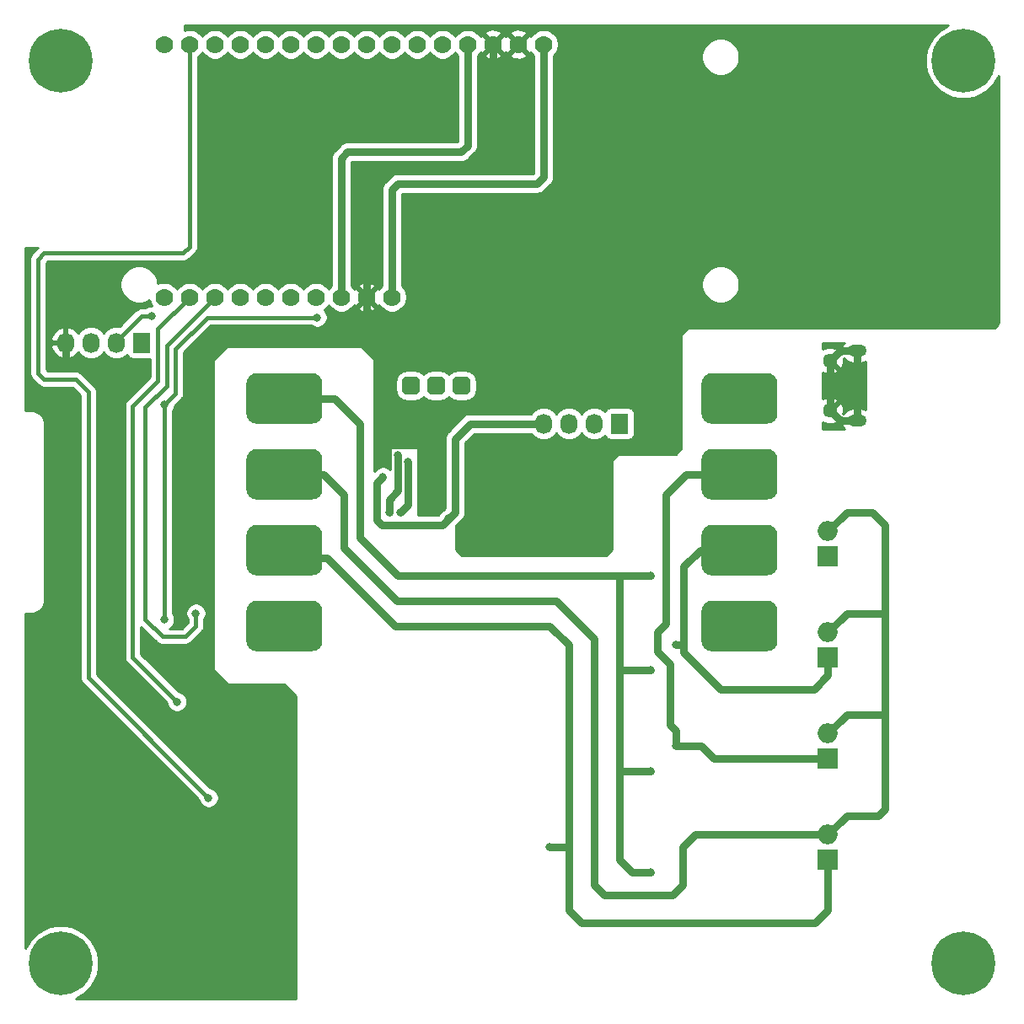
<source format=gbl>
G04 #@! TF.GenerationSoftware,KiCad,Pcbnew,5.0.0-rc2-dev-unknown-94c7809~62~ubuntu16.04.1*
G04 #@! TF.CreationDate,2018-03-24T16:52:24+05:30*
G04 #@! TF.ProjectId,wyostat,77796F737461742E6B696361645F7063,rev?*
G04 #@! TF.SameCoordinates,Original*
G04 #@! TF.FileFunction,Copper,L2,Bot,Signal*
G04 #@! TF.FilePolarity,Positive*
%FSLAX46Y46*%
G04 Gerber Fmt 4.6, Leading zero omitted, Abs format (unit mm)*
G04 Created by KiCad (PCBNEW 5.0.0-rc2-dev-unknown-94c7809~62~ubuntu16.04.1) date Sat Mar 24 16:52:24 2018*
%MOMM*%
%LPD*%
G01*
G04 APERTURE LIST*
%ADD10C,0.508000*%
%ADD11C,5.080000*%
%ADD12C,1.778000*%
%ADD13O,1.900000X1.200000*%
%ADD14C,1.450000*%
%ADD15O,1.727200X2.032000*%
%ADD16R,1.727200X2.032000*%
%ADD17O,1.998980X1.998980*%
%ADD18R,1.998980X1.998980*%
%ADD19C,0.800000*%
%ADD20C,6.400000*%
%ADD21C,0.812800*%
%ADD22C,0.762000*%
%ADD23C,0.381000*%
%ADD24C,0.254000*%
G04 APERTURE END LIST*
D10*
G36*
X61313585Y-90174892D02*
X61412212Y-90189522D01*
X61508929Y-90213749D01*
X61602806Y-90247338D01*
X61692939Y-90289968D01*
X61778459Y-90341227D01*
X61858544Y-90400621D01*
X61932420Y-90467580D01*
X61999379Y-90541456D01*
X62058773Y-90621541D01*
X62110032Y-90707061D01*
X62152662Y-90797194D01*
X62186251Y-90891071D01*
X62210478Y-90987788D01*
X62225108Y-91086415D01*
X62230000Y-91186000D01*
X62230000Y-94234000D01*
X62225108Y-94333585D01*
X62210478Y-94432212D01*
X62186251Y-94528929D01*
X62152662Y-94622806D01*
X62110032Y-94712939D01*
X62058773Y-94798459D01*
X61999379Y-94878544D01*
X61932420Y-94952420D01*
X61858544Y-95019379D01*
X61778459Y-95078773D01*
X61692939Y-95130032D01*
X61602806Y-95172662D01*
X61508929Y-95206251D01*
X61412212Y-95230478D01*
X61313585Y-95245108D01*
X61214000Y-95250000D01*
X55626000Y-95250000D01*
X55526415Y-95245108D01*
X55427788Y-95230478D01*
X55331071Y-95206251D01*
X55237194Y-95172662D01*
X55147061Y-95130032D01*
X55061541Y-95078773D01*
X54981456Y-95019379D01*
X54907580Y-94952420D01*
X54840621Y-94878544D01*
X54781227Y-94798459D01*
X54729968Y-94712939D01*
X54687338Y-94622806D01*
X54653749Y-94528929D01*
X54629522Y-94432212D01*
X54614892Y-94333585D01*
X54610000Y-94234000D01*
X54610000Y-91186000D01*
X54614892Y-91086415D01*
X54629522Y-90987788D01*
X54653749Y-90891071D01*
X54687338Y-90797194D01*
X54729968Y-90707061D01*
X54781227Y-90621541D01*
X54840621Y-90541456D01*
X54907580Y-90467580D01*
X54981456Y-90400621D01*
X55061541Y-90341227D01*
X55147061Y-90289968D01*
X55237194Y-90247338D01*
X55331071Y-90213749D01*
X55427788Y-90189522D01*
X55526415Y-90174892D01*
X55626000Y-90170000D01*
X61214000Y-90170000D01*
X61313585Y-90174892D01*
X61313585Y-90174892D01*
G37*
D11*
X58420000Y-92710000D03*
D10*
G36*
X61313585Y-82554892D02*
X61412212Y-82569522D01*
X61508929Y-82593749D01*
X61602806Y-82627338D01*
X61692939Y-82669968D01*
X61778459Y-82721227D01*
X61858544Y-82780621D01*
X61932420Y-82847580D01*
X61999379Y-82921456D01*
X62058773Y-83001541D01*
X62110032Y-83087061D01*
X62152662Y-83177194D01*
X62186251Y-83271071D01*
X62210478Y-83367788D01*
X62225108Y-83466415D01*
X62230000Y-83566000D01*
X62230000Y-86614000D01*
X62225108Y-86713585D01*
X62210478Y-86812212D01*
X62186251Y-86908929D01*
X62152662Y-87002806D01*
X62110032Y-87092939D01*
X62058773Y-87178459D01*
X61999379Y-87258544D01*
X61932420Y-87332420D01*
X61858544Y-87399379D01*
X61778459Y-87458773D01*
X61692939Y-87510032D01*
X61602806Y-87552662D01*
X61508929Y-87586251D01*
X61412212Y-87610478D01*
X61313585Y-87625108D01*
X61214000Y-87630000D01*
X55626000Y-87630000D01*
X55526415Y-87625108D01*
X55427788Y-87610478D01*
X55331071Y-87586251D01*
X55237194Y-87552662D01*
X55147061Y-87510032D01*
X55061541Y-87458773D01*
X54981456Y-87399379D01*
X54907580Y-87332420D01*
X54840621Y-87258544D01*
X54781227Y-87178459D01*
X54729968Y-87092939D01*
X54687338Y-87002806D01*
X54653749Y-86908929D01*
X54629522Y-86812212D01*
X54614892Y-86713585D01*
X54610000Y-86614000D01*
X54610000Y-83566000D01*
X54614892Y-83466415D01*
X54629522Y-83367788D01*
X54653749Y-83271071D01*
X54687338Y-83177194D01*
X54729968Y-83087061D01*
X54781227Y-83001541D01*
X54840621Y-82921456D01*
X54907580Y-82847580D01*
X54981456Y-82780621D01*
X55061541Y-82721227D01*
X55147061Y-82669968D01*
X55237194Y-82627338D01*
X55331071Y-82593749D01*
X55427788Y-82569522D01*
X55526415Y-82554892D01*
X55626000Y-82550000D01*
X61214000Y-82550000D01*
X61313585Y-82554892D01*
X61313585Y-82554892D01*
G37*
D11*
X58420000Y-85090000D03*
D10*
G36*
X107033585Y-90174892D02*
X107132212Y-90189522D01*
X107228929Y-90213749D01*
X107322806Y-90247338D01*
X107412939Y-90289968D01*
X107498459Y-90341227D01*
X107578544Y-90400621D01*
X107652420Y-90467580D01*
X107719379Y-90541456D01*
X107778773Y-90621541D01*
X107830032Y-90707061D01*
X107872662Y-90797194D01*
X107906251Y-90891071D01*
X107930478Y-90987788D01*
X107945108Y-91086415D01*
X107950000Y-91186000D01*
X107950000Y-94234000D01*
X107945108Y-94333585D01*
X107930478Y-94432212D01*
X107906251Y-94528929D01*
X107872662Y-94622806D01*
X107830032Y-94712939D01*
X107778773Y-94798459D01*
X107719379Y-94878544D01*
X107652420Y-94952420D01*
X107578544Y-95019379D01*
X107498459Y-95078773D01*
X107412939Y-95130032D01*
X107322806Y-95172662D01*
X107228929Y-95206251D01*
X107132212Y-95230478D01*
X107033585Y-95245108D01*
X106934000Y-95250000D01*
X101346000Y-95250000D01*
X101246415Y-95245108D01*
X101147788Y-95230478D01*
X101051071Y-95206251D01*
X100957194Y-95172662D01*
X100867061Y-95130032D01*
X100781541Y-95078773D01*
X100701456Y-95019379D01*
X100627580Y-94952420D01*
X100560621Y-94878544D01*
X100501227Y-94798459D01*
X100449968Y-94712939D01*
X100407338Y-94622806D01*
X100373749Y-94528929D01*
X100349522Y-94432212D01*
X100334892Y-94333585D01*
X100330000Y-94234000D01*
X100330000Y-91186000D01*
X100334892Y-91086415D01*
X100349522Y-90987788D01*
X100373749Y-90891071D01*
X100407338Y-90797194D01*
X100449968Y-90707061D01*
X100501227Y-90621541D01*
X100560621Y-90541456D01*
X100627580Y-90467580D01*
X100701456Y-90400621D01*
X100781541Y-90341227D01*
X100867061Y-90289968D01*
X100957194Y-90247338D01*
X101051071Y-90213749D01*
X101147788Y-90189522D01*
X101246415Y-90174892D01*
X101346000Y-90170000D01*
X106934000Y-90170000D01*
X107033585Y-90174892D01*
X107033585Y-90174892D01*
G37*
D11*
X104140000Y-92710000D03*
D10*
G36*
X107033585Y-67314892D02*
X107132212Y-67329522D01*
X107228929Y-67353749D01*
X107322806Y-67387338D01*
X107412939Y-67429968D01*
X107498459Y-67481227D01*
X107578544Y-67540621D01*
X107652420Y-67607580D01*
X107719379Y-67681456D01*
X107778773Y-67761541D01*
X107830032Y-67847061D01*
X107872662Y-67937194D01*
X107906251Y-68031071D01*
X107930478Y-68127788D01*
X107945108Y-68226415D01*
X107950000Y-68326000D01*
X107950000Y-71374000D01*
X107945108Y-71473585D01*
X107930478Y-71572212D01*
X107906251Y-71668929D01*
X107872662Y-71762806D01*
X107830032Y-71852939D01*
X107778773Y-71938459D01*
X107719379Y-72018544D01*
X107652420Y-72092420D01*
X107578544Y-72159379D01*
X107498459Y-72218773D01*
X107412939Y-72270032D01*
X107322806Y-72312662D01*
X107228929Y-72346251D01*
X107132212Y-72370478D01*
X107033585Y-72385108D01*
X106934000Y-72390000D01*
X101346000Y-72390000D01*
X101246415Y-72385108D01*
X101147788Y-72370478D01*
X101051071Y-72346251D01*
X100957194Y-72312662D01*
X100867061Y-72270032D01*
X100781541Y-72218773D01*
X100701456Y-72159379D01*
X100627580Y-72092420D01*
X100560621Y-72018544D01*
X100501227Y-71938459D01*
X100449968Y-71852939D01*
X100407338Y-71762806D01*
X100373749Y-71668929D01*
X100349522Y-71572212D01*
X100334892Y-71473585D01*
X100330000Y-71374000D01*
X100330000Y-68326000D01*
X100334892Y-68226415D01*
X100349522Y-68127788D01*
X100373749Y-68031071D01*
X100407338Y-67937194D01*
X100449968Y-67847061D01*
X100501227Y-67761541D01*
X100560621Y-67681456D01*
X100627580Y-67607580D01*
X100701456Y-67540621D01*
X100781541Y-67481227D01*
X100867061Y-67429968D01*
X100957194Y-67387338D01*
X101051071Y-67353749D01*
X101147788Y-67329522D01*
X101246415Y-67314892D01*
X101346000Y-67310000D01*
X106934000Y-67310000D01*
X107033585Y-67314892D01*
X107033585Y-67314892D01*
G37*
D11*
X104140000Y-69850000D03*
D10*
G36*
X107033585Y-82554892D02*
X107132212Y-82569522D01*
X107228929Y-82593749D01*
X107322806Y-82627338D01*
X107412939Y-82669968D01*
X107498459Y-82721227D01*
X107578544Y-82780621D01*
X107652420Y-82847580D01*
X107719379Y-82921456D01*
X107778773Y-83001541D01*
X107830032Y-83087061D01*
X107872662Y-83177194D01*
X107906251Y-83271071D01*
X107930478Y-83367788D01*
X107945108Y-83466415D01*
X107950000Y-83566000D01*
X107950000Y-86614000D01*
X107945108Y-86713585D01*
X107930478Y-86812212D01*
X107906251Y-86908929D01*
X107872662Y-87002806D01*
X107830032Y-87092939D01*
X107778773Y-87178459D01*
X107719379Y-87258544D01*
X107652420Y-87332420D01*
X107578544Y-87399379D01*
X107498459Y-87458773D01*
X107412939Y-87510032D01*
X107322806Y-87552662D01*
X107228929Y-87586251D01*
X107132212Y-87610478D01*
X107033585Y-87625108D01*
X106934000Y-87630000D01*
X101346000Y-87630000D01*
X101246415Y-87625108D01*
X101147788Y-87610478D01*
X101051071Y-87586251D01*
X100957194Y-87552662D01*
X100867061Y-87510032D01*
X100781541Y-87458773D01*
X100701456Y-87399379D01*
X100627580Y-87332420D01*
X100560621Y-87258544D01*
X100501227Y-87178459D01*
X100449968Y-87092939D01*
X100407338Y-87002806D01*
X100373749Y-86908929D01*
X100349522Y-86812212D01*
X100334892Y-86713585D01*
X100330000Y-86614000D01*
X100330000Y-83566000D01*
X100334892Y-83466415D01*
X100349522Y-83367788D01*
X100373749Y-83271071D01*
X100407338Y-83177194D01*
X100449968Y-83087061D01*
X100501227Y-83001541D01*
X100560621Y-82921456D01*
X100627580Y-82847580D01*
X100701456Y-82780621D01*
X100781541Y-82721227D01*
X100867061Y-82669968D01*
X100957194Y-82627338D01*
X101051071Y-82593749D01*
X101147788Y-82569522D01*
X101246415Y-82554892D01*
X101346000Y-82550000D01*
X106934000Y-82550000D01*
X107033585Y-82554892D01*
X107033585Y-82554892D01*
G37*
D11*
X104140000Y-85090000D03*
D10*
G36*
X107033585Y-74934892D02*
X107132212Y-74949522D01*
X107228929Y-74973749D01*
X107322806Y-75007338D01*
X107412939Y-75049968D01*
X107498459Y-75101227D01*
X107578544Y-75160621D01*
X107652420Y-75227580D01*
X107719379Y-75301456D01*
X107778773Y-75381541D01*
X107830032Y-75467061D01*
X107872662Y-75557194D01*
X107906251Y-75651071D01*
X107930478Y-75747788D01*
X107945108Y-75846415D01*
X107950000Y-75946000D01*
X107950000Y-78994000D01*
X107945108Y-79093585D01*
X107930478Y-79192212D01*
X107906251Y-79288929D01*
X107872662Y-79382806D01*
X107830032Y-79472939D01*
X107778773Y-79558459D01*
X107719379Y-79638544D01*
X107652420Y-79712420D01*
X107578544Y-79779379D01*
X107498459Y-79838773D01*
X107412939Y-79890032D01*
X107322806Y-79932662D01*
X107228929Y-79966251D01*
X107132212Y-79990478D01*
X107033585Y-80005108D01*
X106934000Y-80010000D01*
X101346000Y-80010000D01*
X101246415Y-80005108D01*
X101147788Y-79990478D01*
X101051071Y-79966251D01*
X100957194Y-79932662D01*
X100867061Y-79890032D01*
X100781541Y-79838773D01*
X100701456Y-79779379D01*
X100627580Y-79712420D01*
X100560621Y-79638544D01*
X100501227Y-79558459D01*
X100449968Y-79472939D01*
X100407338Y-79382806D01*
X100373749Y-79288929D01*
X100349522Y-79192212D01*
X100334892Y-79093585D01*
X100330000Y-78994000D01*
X100330000Y-75946000D01*
X100334892Y-75846415D01*
X100349522Y-75747788D01*
X100373749Y-75651071D01*
X100407338Y-75557194D01*
X100449968Y-75467061D01*
X100501227Y-75381541D01*
X100560621Y-75301456D01*
X100627580Y-75227580D01*
X100701456Y-75160621D01*
X100781541Y-75101227D01*
X100867061Y-75049968D01*
X100957194Y-75007338D01*
X101051071Y-74973749D01*
X101147788Y-74949522D01*
X101246415Y-74934892D01*
X101346000Y-74930000D01*
X106934000Y-74930000D01*
X107033585Y-74934892D01*
X107033585Y-74934892D01*
G37*
D11*
X104140000Y-77470000D03*
D10*
G36*
X61313585Y-74934892D02*
X61412212Y-74949522D01*
X61508929Y-74973749D01*
X61602806Y-75007338D01*
X61692939Y-75049968D01*
X61778459Y-75101227D01*
X61858544Y-75160621D01*
X61932420Y-75227580D01*
X61999379Y-75301456D01*
X62058773Y-75381541D01*
X62110032Y-75467061D01*
X62152662Y-75557194D01*
X62186251Y-75651071D01*
X62210478Y-75747788D01*
X62225108Y-75846415D01*
X62230000Y-75946000D01*
X62230000Y-78994000D01*
X62225108Y-79093585D01*
X62210478Y-79192212D01*
X62186251Y-79288929D01*
X62152662Y-79382806D01*
X62110032Y-79472939D01*
X62058773Y-79558459D01*
X61999379Y-79638544D01*
X61932420Y-79712420D01*
X61858544Y-79779379D01*
X61778459Y-79838773D01*
X61692939Y-79890032D01*
X61602806Y-79932662D01*
X61508929Y-79966251D01*
X61412212Y-79990478D01*
X61313585Y-80005108D01*
X61214000Y-80010000D01*
X55626000Y-80010000D01*
X55526415Y-80005108D01*
X55427788Y-79990478D01*
X55331071Y-79966251D01*
X55237194Y-79932662D01*
X55147061Y-79890032D01*
X55061541Y-79838773D01*
X54981456Y-79779379D01*
X54907580Y-79712420D01*
X54840621Y-79638544D01*
X54781227Y-79558459D01*
X54729968Y-79472939D01*
X54687338Y-79382806D01*
X54653749Y-79288929D01*
X54629522Y-79192212D01*
X54614892Y-79093585D01*
X54610000Y-78994000D01*
X54610000Y-75946000D01*
X54614892Y-75846415D01*
X54629522Y-75747788D01*
X54653749Y-75651071D01*
X54687338Y-75557194D01*
X54729968Y-75467061D01*
X54781227Y-75381541D01*
X54840621Y-75301456D01*
X54907580Y-75227580D01*
X54981456Y-75160621D01*
X55061541Y-75101227D01*
X55147061Y-75049968D01*
X55237194Y-75007338D01*
X55331071Y-74973749D01*
X55427788Y-74949522D01*
X55526415Y-74934892D01*
X55626000Y-74930000D01*
X61214000Y-74930000D01*
X61313585Y-74934892D01*
X61313585Y-74934892D01*
G37*
D11*
X58420000Y-77470000D03*
D10*
G36*
X61313585Y-67314892D02*
X61412212Y-67329522D01*
X61508929Y-67353749D01*
X61602806Y-67387338D01*
X61692939Y-67429968D01*
X61778459Y-67481227D01*
X61858544Y-67540621D01*
X61932420Y-67607580D01*
X61999379Y-67681456D01*
X62058773Y-67761541D01*
X62110032Y-67847061D01*
X62152662Y-67937194D01*
X62186251Y-68031071D01*
X62210478Y-68127788D01*
X62225108Y-68226415D01*
X62230000Y-68326000D01*
X62230000Y-71374000D01*
X62225108Y-71473585D01*
X62210478Y-71572212D01*
X62186251Y-71668929D01*
X62152662Y-71762806D01*
X62110032Y-71852939D01*
X62058773Y-71938459D01*
X61999379Y-72018544D01*
X61932420Y-72092420D01*
X61858544Y-72159379D01*
X61778459Y-72218773D01*
X61692939Y-72270032D01*
X61602806Y-72312662D01*
X61508929Y-72346251D01*
X61412212Y-72370478D01*
X61313585Y-72385108D01*
X61214000Y-72390000D01*
X55626000Y-72390000D01*
X55526415Y-72385108D01*
X55427788Y-72370478D01*
X55331071Y-72346251D01*
X55237194Y-72312662D01*
X55147061Y-72270032D01*
X55061541Y-72218773D01*
X54981456Y-72159379D01*
X54907580Y-72092420D01*
X54840621Y-72018544D01*
X54781227Y-71938459D01*
X54729968Y-71852939D01*
X54687338Y-71762806D01*
X54653749Y-71668929D01*
X54629522Y-71572212D01*
X54614892Y-71473585D01*
X54610000Y-71374000D01*
X54610000Y-68326000D01*
X54614892Y-68226415D01*
X54629522Y-68127788D01*
X54653749Y-68031071D01*
X54687338Y-67937194D01*
X54729968Y-67847061D01*
X54781227Y-67761541D01*
X54840621Y-67681456D01*
X54907580Y-67607580D01*
X54981456Y-67540621D01*
X55061541Y-67481227D01*
X55147061Y-67429968D01*
X55237194Y-67387338D01*
X55331071Y-67353749D01*
X55427788Y-67329522D01*
X55526415Y-67314892D01*
X55626000Y-67310000D01*
X61214000Y-67310000D01*
X61313585Y-67314892D01*
X61313585Y-67314892D01*
G37*
D11*
X58420000Y-69850000D03*
D12*
X46355000Y-59690000D03*
X48895000Y-59690000D03*
X51435000Y-59690000D03*
X53975000Y-59690000D03*
X56515000Y-59690000D03*
X59055000Y-59690000D03*
X61595000Y-59690000D03*
X64135000Y-59690000D03*
X66675000Y-59690000D03*
X69215000Y-59690000D03*
X84455000Y-34290000D03*
X81915000Y-34290000D03*
X79375000Y-34290000D03*
X76835000Y-34290000D03*
X74295000Y-34290000D03*
X71755000Y-34290000D03*
X69215000Y-34290000D03*
X66675000Y-34290000D03*
X64135000Y-34290000D03*
X61595000Y-34290000D03*
X59055000Y-34290000D03*
X56515000Y-34290000D03*
X53975000Y-34290000D03*
X51435000Y-34290000D03*
X48895000Y-34290000D03*
X46355000Y-34290000D03*
D10*
G36*
X76688069Y-67693140D02*
X76731218Y-67699541D01*
X76773532Y-67710140D01*
X76814603Y-67724836D01*
X76854036Y-67743486D01*
X76891451Y-67765912D01*
X76926488Y-67791897D01*
X76958809Y-67821191D01*
X76988103Y-67853512D01*
X77014088Y-67888549D01*
X77036514Y-67925964D01*
X77055164Y-67965397D01*
X77069860Y-68006468D01*
X77080459Y-68048782D01*
X77086860Y-68091931D01*
X77089000Y-68135500D01*
X77089000Y-69024500D01*
X77086860Y-69068069D01*
X77080459Y-69111218D01*
X77069860Y-69153532D01*
X77055164Y-69194603D01*
X77036514Y-69234036D01*
X77014088Y-69271451D01*
X76988103Y-69306488D01*
X76958809Y-69338809D01*
X76926488Y-69368103D01*
X76891451Y-69394088D01*
X76854036Y-69416514D01*
X76814603Y-69435164D01*
X76773532Y-69449860D01*
X76731218Y-69460459D01*
X76688069Y-69466860D01*
X76644500Y-69469000D01*
X75755500Y-69469000D01*
X75711931Y-69466860D01*
X75668782Y-69460459D01*
X75626468Y-69449860D01*
X75585397Y-69435164D01*
X75545964Y-69416514D01*
X75508549Y-69394088D01*
X75473512Y-69368103D01*
X75441191Y-69338809D01*
X75411897Y-69306488D01*
X75385912Y-69271451D01*
X75363486Y-69234036D01*
X75344836Y-69194603D01*
X75330140Y-69153532D01*
X75319541Y-69111218D01*
X75313140Y-69068069D01*
X75311000Y-69024500D01*
X75311000Y-68135500D01*
X75313140Y-68091931D01*
X75319541Y-68048782D01*
X75330140Y-68006468D01*
X75344836Y-67965397D01*
X75363486Y-67925964D01*
X75385912Y-67888549D01*
X75411897Y-67853512D01*
X75441191Y-67821191D01*
X75473512Y-67791897D01*
X75508549Y-67765912D01*
X75545964Y-67743486D01*
X75585397Y-67724836D01*
X75626468Y-67710140D01*
X75668782Y-67699541D01*
X75711931Y-67693140D01*
X75755500Y-67691000D01*
X76644500Y-67691000D01*
X76688069Y-67693140D01*
X76688069Y-67693140D01*
G37*
D12*
X76200000Y-68580000D03*
D10*
G36*
X74148069Y-67693140D02*
X74191218Y-67699541D01*
X74233532Y-67710140D01*
X74274603Y-67724836D01*
X74314036Y-67743486D01*
X74351451Y-67765912D01*
X74386488Y-67791897D01*
X74418809Y-67821191D01*
X74448103Y-67853512D01*
X74474088Y-67888549D01*
X74496514Y-67925964D01*
X74515164Y-67965397D01*
X74529860Y-68006468D01*
X74540459Y-68048782D01*
X74546860Y-68091931D01*
X74549000Y-68135500D01*
X74549000Y-69024500D01*
X74546860Y-69068069D01*
X74540459Y-69111218D01*
X74529860Y-69153532D01*
X74515164Y-69194603D01*
X74496514Y-69234036D01*
X74474088Y-69271451D01*
X74448103Y-69306488D01*
X74418809Y-69338809D01*
X74386488Y-69368103D01*
X74351451Y-69394088D01*
X74314036Y-69416514D01*
X74274603Y-69435164D01*
X74233532Y-69449860D01*
X74191218Y-69460459D01*
X74148069Y-69466860D01*
X74104500Y-69469000D01*
X73215500Y-69469000D01*
X73171931Y-69466860D01*
X73128782Y-69460459D01*
X73086468Y-69449860D01*
X73045397Y-69435164D01*
X73005964Y-69416514D01*
X72968549Y-69394088D01*
X72933512Y-69368103D01*
X72901191Y-69338809D01*
X72871897Y-69306488D01*
X72845912Y-69271451D01*
X72823486Y-69234036D01*
X72804836Y-69194603D01*
X72790140Y-69153532D01*
X72779541Y-69111218D01*
X72773140Y-69068069D01*
X72771000Y-69024500D01*
X72771000Y-68135500D01*
X72773140Y-68091931D01*
X72779541Y-68048782D01*
X72790140Y-68006468D01*
X72804836Y-67965397D01*
X72823486Y-67925964D01*
X72845912Y-67888549D01*
X72871897Y-67853512D01*
X72901191Y-67821191D01*
X72933512Y-67791897D01*
X72968549Y-67765912D01*
X73005964Y-67743486D01*
X73045397Y-67724836D01*
X73086468Y-67710140D01*
X73128782Y-67699541D01*
X73171931Y-67693140D01*
X73215500Y-67691000D01*
X74104500Y-67691000D01*
X74148069Y-67693140D01*
X74148069Y-67693140D01*
G37*
D12*
X73660000Y-68580000D03*
D10*
G36*
X71608069Y-67693140D02*
X71651218Y-67699541D01*
X71693532Y-67710140D01*
X71734603Y-67724836D01*
X71774036Y-67743486D01*
X71811451Y-67765912D01*
X71846488Y-67791897D01*
X71878809Y-67821191D01*
X71908103Y-67853512D01*
X71934088Y-67888549D01*
X71956514Y-67925964D01*
X71975164Y-67965397D01*
X71989860Y-68006468D01*
X72000459Y-68048782D01*
X72006860Y-68091931D01*
X72009000Y-68135500D01*
X72009000Y-69024500D01*
X72006860Y-69068069D01*
X72000459Y-69111218D01*
X71989860Y-69153532D01*
X71975164Y-69194603D01*
X71956514Y-69234036D01*
X71934088Y-69271451D01*
X71908103Y-69306488D01*
X71878809Y-69338809D01*
X71846488Y-69368103D01*
X71811451Y-69394088D01*
X71774036Y-69416514D01*
X71734603Y-69435164D01*
X71693532Y-69449860D01*
X71651218Y-69460459D01*
X71608069Y-69466860D01*
X71564500Y-69469000D01*
X70675500Y-69469000D01*
X70631931Y-69466860D01*
X70588782Y-69460459D01*
X70546468Y-69449860D01*
X70505397Y-69435164D01*
X70465964Y-69416514D01*
X70428549Y-69394088D01*
X70393512Y-69368103D01*
X70361191Y-69338809D01*
X70331897Y-69306488D01*
X70305912Y-69271451D01*
X70283486Y-69234036D01*
X70264836Y-69194603D01*
X70250140Y-69153532D01*
X70239541Y-69111218D01*
X70233140Y-69068069D01*
X70231000Y-69024500D01*
X70231000Y-68135500D01*
X70233140Y-68091931D01*
X70239541Y-68048782D01*
X70250140Y-68006468D01*
X70264836Y-67965397D01*
X70283486Y-67925964D01*
X70305912Y-67888549D01*
X70331897Y-67853512D01*
X70361191Y-67821191D01*
X70393512Y-67791897D01*
X70428549Y-67765912D01*
X70465964Y-67743486D01*
X70505397Y-67724836D01*
X70546468Y-67710140D01*
X70588782Y-67699541D01*
X70631931Y-67693140D01*
X70675500Y-67691000D01*
X71564500Y-67691000D01*
X71608069Y-67693140D01*
X71608069Y-67693140D01*
G37*
D12*
X71120000Y-68580000D03*
D13*
X115920000Y-65080000D03*
X115920000Y-72080000D03*
D14*
X113220000Y-66080000D03*
X113220000Y-71080000D03*
D15*
X36449000Y-64262000D03*
X38989000Y-64262000D03*
X41529000Y-64262000D03*
D16*
X44069000Y-64262000D03*
D17*
X113030000Y-93325000D03*
D18*
X113030000Y-95865000D03*
D17*
X113030000Y-83165000D03*
D18*
X113030000Y-85705000D03*
D17*
X113030000Y-103485000D03*
D18*
X113030000Y-106025000D03*
D17*
X113030000Y-113645000D03*
D18*
X113030000Y-116185000D03*
D16*
X92075000Y-72390000D03*
D15*
X89535000Y-72390000D03*
X86995000Y-72390000D03*
X84455000Y-72390000D03*
D19*
X37638056Y-34243944D03*
X35941000Y-33541000D03*
X34243944Y-34243944D03*
X33541000Y-35941000D03*
X34243944Y-37638056D03*
X35941000Y-38341000D03*
X37638056Y-37638056D03*
X38341000Y-35941000D03*
D20*
X35941000Y-35941000D03*
D19*
X128316056Y-34243944D03*
X126619000Y-33541000D03*
X124921944Y-34243944D03*
X124219000Y-35941000D03*
X124921944Y-37638056D03*
X126619000Y-38341000D03*
X128316056Y-37638056D03*
X129019000Y-35941000D03*
D20*
X126619000Y-35941000D03*
X35941000Y-126619000D03*
D19*
X38341000Y-126619000D03*
X37638056Y-128316056D03*
X35941000Y-129019000D03*
X34243944Y-128316056D03*
X33541000Y-126619000D03*
X34243944Y-124921944D03*
X35941000Y-124219000D03*
X37638056Y-124921944D03*
D20*
X126619000Y-126619000D03*
D19*
X129019000Y-126619000D03*
X128316056Y-128316056D03*
X126619000Y-129019000D03*
X124921944Y-128316056D03*
X124219000Y-126619000D03*
X124921944Y-124921944D03*
X126619000Y-124219000D03*
X128316056Y-124921944D03*
D21*
X97790000Y-94615000D03*
X97790000Y-104775000D03*
X85090000Y-114935000D03*
X53340000Y-100330000D03*
X69850000Y-64770000D03*
X69850000Y-63500000D03*
X68580000Y-63500000D03*
X35560000Y-75183994D03*
X35560000Y-88646000D03*
X49530000Y-80264000D03*
X49530000Y-82296000D03*
X49530000Y-81280000D03*
X35560000Y-87629998D03*
X35560000Y-89662000D03*
X49530000Y-89662000D03*
X49530000Y-87629998D03*
X49530000Y-88646000D03*
X49530000Y-74168000D03*
X35560000Y-74168000D03*
X35560000Y-73152000D03*
X49530000Y-75184002D03*
X49530000Y-73152000D03*
X67945000Y-75565014D03*
X105664000Y-61595000D03*
X104648000Y-61595000D03*
X103632000Y-61595000D03*
X102616000Y-61595000D03*
X101600000Y-61595000D03*
X83185000Y-40640000D03*
X81915000Y-40640000D03*
X80645000Y-40640000D03*
X79375000Y-40640000D03*
X36830000Y-69723004D03*
X68580000Y-64770000D03*
X97282000Y-74295000D03*
X75565000Y-81280000D03*
X74930000Y-81915000D03*
X74295000Y-82550000D03*
X49530000Y-91440000D03*
X47625000Y-100330000D03*
X50800000Y-109982000D03*
X45085000Y-61595000D03*
X46354994Y-70485000D03*
X46355000Y-92075000D03*
X61722000Y-61722000D03*
X95250000Y-87630000D03*
X53340000Y-119380000D03*
X73660000Y-76200000D03*
X73025000Y-74930000D03*
X90170000Y-83185000D03*
X88265000Y-81915000D03*
X88265000Y-84455000D03*
X81915000Y-83820000D03*
X80645000Y-85090000D03*
X80645000Y-83820000D03*
X81915000Y-85090000D03*
X76835000Y-85090000D03*
X76835000Y-83820000D03*
X53340000Y-109220000D03*
X73025000Y-78105000D03*
X69215000Y-40640000D03*
X66675000Y-40640000D03*
X64135000Y-40640000D03*
X61595000Y-40640000D03*
X68326000Y-77724000D03*
X95250000Y-97155000D03*
X95250000Y-107315000D03*
X95250000Y-117475000D03*
X70104008Y-81280000D03*
X69850000Y-75565000D03*
X68961000Y-81280000D03*
X70866000Y-76200000D03*
D22*
X104140000Y-85090000D02*
X100230000Y-85090000D01*
X100230000Y-85090000D02*
X98552000Y-86768000D01*
X98552000Y-86768000D02*
X98552000Y-87503000D01*
X98552000Y-95377000D02*
X102235000Y-99060000D01*
X98552000Y-94615000D02*
X98552000Y-95377000D01*
X102235000Y-99060000D02*
X111596490Y-99060000D01*
X111596490Y-99060000D02*
X113030000Y-97626490D01*
X113030000Y-97626490D02*
X113030000Y-95865000D01*
X98552000Y-87503000D02*
X98552000Y-94615000D01*
X97790000Y-94615000D02*
X98552000Y-94615000D01*
X104140000Y-77470000D02*
X98806000Y-77470000D01*
X98806000Y-77470000D02*
X96774000Y-79502000D01*
X95885000Y-93345000D02*
X95885000Y-95250000D01*
X96774000Y-92456000D02*
X95885000Y-93345000D01*
X96774000Y-79502000D02*
X96774000Y-92456000D01*
X95885000Y-95250000D02*
X97155000Y-96520000D01*
X97155000Y-102616000D02*
X97790000Y-103251000D01*
X97790000Y-103251000D02*
X97790000Y-104775000D01*
X97155000Y-96520000D02*
X97155000Y-102616000D01*
X97790000Y-104775000D02*
X100330000Y-104775000D01*
X100330000Y-104775000D02*
X101580000Y-106025000D01*
X101580000Y-106025000D02*
X113030000Y-106025000D01*
X62738000Y-85852000D02*
X69596000Y-92710000D01*
X57150000Y-85852000D02*
X62738000Y-85852000D01*
X69596000Y-92710000D02*
X85090000Y-92710000D01*
X85090000Y-92710000D02*
X86995000Y-94615000D01*
X86995000Y-94615000D02*
X86995000Y-114935000D01*
X111760000Y-122555000D02*
X113030000Y-121285000D01*
X88265000Y-122555000D02*
X111760000Y-122555000D01*
X86995000Y-114935000D02*
X86995000Y-121285000D01*
X86995000Y-121285000D02*
X88265000Y-122555000D01*
X113030000Y-121285000D02*
X113030000Y-116185000D01*
X86995000Y-114935000D02*
X85090000Y-114935000D01*
X84455000Y-84455000D02*
X88265000Y-84455000D01*
X83820000Y-83820000D02*
X84455000Y-84455000D01*
X81915000Y-83820000D02*
X83820000Y-83820000D01*
X76835000Y-83820000D02*
X76835000Y-85090000D01*
X81915000Y-83820000D02*
X81915000Y-85090000D01*
X80645000Y-83820000D02*
X80645000Y-85090000D01*
X76835000Y-85090000D02*
X80645000Y-85090000D01*
X37084000Y-66675000D02*
X38100000Y-66675000D01*
X36449000Y-66040000D02*
X37084000Y-66675000D01*
X38100000Y-66675000D02*
X40005000Y-68580000D01*
X36449000Y-64262000D02*
X36449000Y-66040000D01*
X40005000Y-96520000D02*
X47625000Y-104140000D01*
X40005000Y-68580000D02*
X40005000Y-96520000D01*
X47625000Y-104140000D02*
X53340000Y-104140000D01*
X53340000Y-104140000D02*
X53340000Y-100330000D01*
X101600000Y-61595000D02*
X69850000Y-61595000D01*
X69850000Y-61595000D02*
X68580000Y-61595000D01*
X69850000Y-63500000D02*
X69850000Y-61595000D01*
X69850000Y-64770000D02*
X69850000Y-63500000D01*
X68580000Y-61595000D02*
X67310000Y-61595000D01*
X68580000Y-63500000D02*
X68580000Y-61595000D01*
X67310000Y-61595000D02*
X66675000Y-60960000D01*
X66675000Y-60960000D02*
X66675000Y-59690000D01*
X35560000Y-75183994D02*
X36703006Y-75183994D01*
X36703006Y-75183994D02*
X36830000Y-75057000D01*
X35560000Y-74168000D02*
X36703000Y-74168000D01*
X36703000Y-74168000D02*
X36830000Y-74041000D01*
X35560000Y-73152000D02*
X36703000Y-73152000D01*
X36703000Y-73152000D02*
X36830000Y-73025000D01*
X35560000Y-89662000D02*
X36703000Y-89662000D01*
X36703000Y-89662000D02*
X36830000Y-89535000D01*
X36830000Y-87630000D02*
X36830000Y-88646000D01*
X36134736Y-87629998D02*
X36134738Y-87630000D01*
X36830000Y-75057000D02*
X36830000Y-87630000D01*
X35560000Y-87629998D02*
X36134736Y-87629998D01*
X36134738Y-87630000D02*
X36830000Y-87630000D01*
X36830000Y-88646000D02*
X36830000Y-89535000D01*
X35560000Y-88646000D02*
X36830000Y-88646000D01*
X36830000Y-74041000D02*
X36830000Y-75057000D01*
X36830000Y-73025000D02*
X36830000Y-74041000D01*
X36830000Y-70485000D02*
X36830000Y-71882000D01*
X36830000Y-70485000D02*
X36830000Y-73025000D01*
X36830000Y-73025000D02*
X36830000Y-73913994D01*
X36830000Y-89535000D02*
X36830000Y-106680000D01*
X36830000Y-69723004D02*
X36830000Y-70485000D01*
X69850014Y-73660000D02*
X67945000Y-75565014D01*
X70485000Y-73660000D02*
X69850014Y-73660000D01*
X72390000Y-73660000D02*
X70485000Y-73660000D01*
X72390000Y-71120000D02*
X70485000Y-73025000D01*
X70485000Y-73025000D02*
X70485000Y-73660000D01*
X78105000Y-71120000D02*
X72390000Y-71120000D01*
X79375000Y-69850000D02*
X78105000Y-71120000D01*
X95885000Y-69850000D02*
X79375000Y-69850000D01*
X97282000Y-71247000D02*
X95885000Y-69850000D01*
X97282000Y-74295000D02*
X97282000Y-71247000D01*
X88265000Y-78105000D02*
X88265000Y-81915000D01*
X92075000Y-74295000D02*
X88265000Y-78105000D01*
X97282000Y-74295000D02*
X92075000Y-74295000D01*
X73025000Y-74295000D02*
X72390000Y-73660000D01*
X73025000Y-75565000D02*
X73025000Y-74295000D01*
X73025000Y-78105000D02*
X73025000Y-76835000D01*
X73025000Y-76835000D02*
X73660000Y-76200000D01*
X73025000Y-75565000D02*
X73660000Y-76200000D01*
X80645000Y-83820000D02*
X76835000Y-83820000D01*
X90170000Y-83185000D02*
X89535000Y-83185000D01*
X89535000Y-83185000D02*
X88265000Y-84455000D01*
X88265000Y-81915000D02*
X88900000Y-81915000D01*
X88900000Y-81915000D02*
X90170000Y-83185000D01*
X45085000Y-119380000D02*
X36830000Y-111125000D01*
X36830000Y-111125000D02*
X36830000Y-106680000D01*
X53340000Y-119380000D02*
X45085000Y-119380000D01*
X53340000Y-109220000D02*
X53340000Y-104140000D01*
X69215000Y-40640000D02*
X61595000Y-40640000D01*
X79375000Y-34290000D02*
X79375000Y-45339000D01*
X79375000Y-45339000D02*
X77978000Y-46736000D01*
X67564000Y-46736000D02*
X77978000Y-46736000D01*
X66675000Y-47625000D02*
X67564000Y-46736000D01*
X66675000Y-59690000D02*
X66675000Y-47625000D01*
X68199000Y-82550000D02*
X67691000Y-82042000D01*
X74295000Y-82550000D02*
X68199000Y-82550000D01*
X67691000Y-82042000D02*
X67691000Y-78359000D01*
X67691000Y-78359000D02*
X68326000Y-77724000D01*
X74295000Y-82550000D02*
X75565000Y-81280000D01*
X75565000Y-73914000D02*
X77089000Y-72390000D01*
X75565000Y-81280000D02*
X75565000Y-73914000D01*
X77089000Y-72390000D02*
X84455000Y-72390000D01*
D23*
X46167736Y-93792736D02*
X44450000Y-92075000D01*
X44450000Y-70739000D02*
X46609000Y-68580000D01*
X48447264Y-93792736D02*
X46167736Y-93792736D01*
X49530000Y-92710000D02*
X48447264Y-93792736D01*
X49530000Y-91440000D02*
X49530000Y-92710000D01*
X44450000Y-92075000D02*
X44450000Y-70739000D01*
X46609000Y-68580000D02*
X46609000Y-64516000D01*
X46609000Y-64516000D02*
X51435000Y-59690000D01*
X43180000Y-70612000D02*
X43180000Y-95885000D01*
X45720000Y-62865000D02*
X45720000Y-68072000D01*
X45720000Y-68072000D02*
X43180000Y-70612000D01*
X43180000Y-95885000D02*
X47625000Y-100330000D01*
X48895000Y-59690000D02*
X45720000Y-62865000D01*
X37465000Y-67945000D02*
X34290000Y-67945000D01*
X50800000Y-109982000D02*
X38735000Y-97917000D01*
X38735000Y-69215000D02*
X37465000Y-67945000D01*
X38735000Y-97917000D02*
X38735000Y-69215000D01*
X34290000Y-67945000D02*
X33655000Y-67310000D01*
X33655000Y-67310000D02*
X33655000Y-55880000D01*
X33655000Y-55880000D02*
X34290000Y-55245000D01*
X48895000Y-54610000D02*
X48895000Y-34290000D01*
X34290000Y-55245000D02*
X48260000Y-55245000D01*
X48260000Y-55245000D02*
X48895000Y-54610000D01*
X41529000Y-64262000D02*
X41529000Y-64109600D01*
X41529000Y-64109600D02*
X44043600Y-61595000D01*
X44043600Y-61595000D02*
X45085000Y-61595000D01*
X47498000Y-69342000D02*
X46355000Y-70485000D01*
X50673000Y-61722000D02*
X47498000Y-64897000D01*
X61722000Y-61722000D02*
X50673000Y-61722000D01*
X47498000Y-64897000D02*
X47498000Y-69342000D01*
X46355000Y-70485000D02*
X46354994Y-70485000D01*
X46355000Y-70485006D02*
X46354994Y-70485000D01*
X46355000Y-92075000D02*
X46355000Y-70485006D01*
D22*
X69850000Y-87630000D02*
X66040000Y-83820000D01*
X92075000Y-87630000D02*
X69850000Y-87630000D01*
X66040000Y-83820000D02*
X66040000Y-72390000D01*
X66040000Y-72390000D02*
X63500000Y-69850000D01*
X63500000Y-69850000D02*
X58420000Y-69850000D01*
X95250000Y-87630000D02*
X92075000Y-87630000D01*
X92075000Y-97155000D02*
X92075000Y-87630000D01*
X92075000Y-116205000D02*
X92075000Y-107315000D01*
X92075000Y-107315000D02*
X92075000Y-97155000D01*
X95250000Y-107315000D02*
X92075000Y-107315000D01*
X95250000Y-97155000D02*
X92075000Y-97155000D01*
X93345000Y-117475000D02*
X92075000Y-116205000D01*
X95250000Y-117475000D02*
X93345000Y-117475000D01*
X85725000Y-90170000D02*
X89535000Y-93980000D01*
X64389000Y-79529000D02*
X64389000Y-84836000D01*
X98425000Y-114935000D02*
X99715000Y-113645000D01*
X69723000Y-90170000D02*
X85725000Y-90170000D01*
X99715000Y-113645000D02*
X113030000Y-113645000D01*
X64389000Y-84836000D02*
X69723000Y-90170000D01*
X58420000Y-77470000D02*
X62330000Y-77470000D01*
X62330000Y-77470000D02*
X64389000Y-79529000D01*
X89535000Y-93980000D02*
X89535000Y-118745000D01*
X89535000Y-118745000D02*
X90551000Y-119761000D01*
X90551000Y-119761000D02*
X97409000Y-119761000D01*
X97409000Y-119761000D02*
X98425000Y-118745000D01*
X98425000Y-118745000D02*
X98425000Y-114935000D01*
X118745000Y-82550000D02*
X118745000Y-91440000D01*
X114915000Y-91440000D02*
X118745000Y-91440000D01*
X118745000Y-91440000D02*
X118745000Y-101600000D01*
X113030000Y-93325000D02*
X114915000Y-91440000D01*
X118745000Y-101600000D02*
X118745000Y-111125000D01*
X114915000Y-101600000D02*
X118745000Y-101600000D01*
X113030000Y-103485000D02*
X114915000Y-101600000D01*
X118110000Y-111760000D02*
X114915000Y-111760000D01*
X114915000Y-111760000D02*
X113030000Y-113645000D01*
X118745000Y-111125000D02*
X118110000Y-111760000D01*
X117475000Y-81280000D02*
X118745000Y-82550000D01*
X114915000Y-81280000D02*
X117475000Y-81280000D01*
X113030000Y-83165000D02*
X114915000Y-81280000D01*
X68961000Y-81280000D02*
X68961000Y-80010000D01*
X69850000Y-75565000D02*
X69850000Y-79121000D01*
X69850000Y-79121000D02*
X68961000Y-80010000D01*
X70866000Y-76200000D02*
X70866000Y-80518008D01*
X70866000Y-80518008D02*
X70104008Y-81280000D01*
X53340000Y-119380000D02*
X53340000Y-109220000D01*
X64770000Y-45085000D02*
X64135000Y-45720000D01*
X76200000Y-45085000D02*
X64770000Y-45085000D01*
X76835000Y-44450000D02*
X76200000Y-45085000D01*
X76835000Y-34290000D02*
X76835000Y-44450000D01*
X64135000Y-45720000D02*
X64135000Y-59690000D01*
X69850000Y-48260000D02*
X83820000Y-48260000D01*
X69215000Y-59690000D02*
X69215000Y-48895000D01*
X69215000Y-48895000D02*
X69850000Y-48260000D01*
X83820000Y-48260000D02*
X84455000Y-47625000D01*
X84455000Y-47625000D02*
X84455000Y-34290000D01*
X113220000Y-66080000D02*
X113220000Y-71080000D01*
X115920000Y-65080000D02*
X114220000Y-65080000D01*
X114220000Y-65080000D02*
X113220000Y-66080000D01*
X115920000Y-72080000D02*
X114220000Y-72080000D01*
X114220000Y-72080000D02*
X113220000Y-71080000D01*
X115920000Y-65080000D02*
X115920000Y-72080000D01*
D24*
G36*
X114606920Y-64296526D02*
X114380408Y-64724719D01*
X114376538Y-64762391D01*
X114501269Y-64953000D01*
X115793000Y-64953000D01*
X115793000Y-64933000D01*
X116047000Y-64933000D01*
X116047000Y-64953000D01*
X116067000Y-64953000D01*
X116067000Y-65207000D01*
X116047000Y-65207000D01*
X116047000Y-66315000D01*
X116397000Y-66315000D01*
X116801901Y-66190271D01*
X116801900Y-68513709D01*
X116801900Y-68513710D01*
X116801901Y-70969729D01*
X116397000Y-70845000D01*
X116047000Y-70845000D01*
X116047000Y-71953000D01*
X116067000Y-71953000D01*
X116067000Y-72207000D01*
X116047000Y-72207000D01*
X116047000Y-72227000D01*
X115793000Y-72227000D01*
X115793000Y-72207000D01*
X114501269Y-72207000D01*
X114376538Y-72397609D01*
X114380408Y-72435281D01*
X114606920Y-72863474D01*
X114648623Y-72898000D01*
X112522000Y-72898000D01*
X112522000Y-72275604D01*
X113021146Y-72452312D01*
X113561444Y-72423949D01*
X113928878Y-72271753D01*
X113993793Y-72033398D01*
X113220000Y-71259605D01*
X113205858Y-71273748D01*
X113026253Y-71094143D01*
X113040395Y-71080000D01*
X113399605Y-71080000D01*
X114173398Y-71853793D01*
X114396576Y-71793012D01*
X114501269Y-71953000D01*
X115793000Y-71953000D01*
X115793000Y-70845000D01*
X115443000Y-70845000D01*
X114980053Y-70987610D01*
X114606920Y-71296526D01*
X114543842Y-71415768D01*
X114592312Y-71278854D01*
X114563949Y-70738556D01*
X114411753Y-70371122D01*
X114173398Y-70306207D01*
X113399605Y-71080000D01*
X113040395Y-71080000D01*
X113026253Y-71065858D01*
X113205858Y-70886253D01*
X113220000Y-70900395D01*
X113993793Y-70126602D01*
X113928878Y-69888247D01*
X113418854Y-69707688D01*
X112878556Y-69736051D01*
X112522000Y-69883741D01*
X112522000Y-67275604D01*
X113021146Y-67452312D01*
X113561444Y-67423949D01*
X113928878Y-67271753D01*
X113993793Y-67033398D01*
X113220000Y-66259605D01*
X113205858Y-66273748D01*
X113026253Y-66094143D01*
X113040395Y-66080000D01*
X113399605Y-66080000D01*
X114173398Y-66853793D01*
X114411753Y-66788878D01*
X114592312Y-66278854D01*
X114566495Y-65787055D01*
X114606920Y-65863474D01*
X114980053Y-66172390D01*
X115443000Y-66315000D01*
X115793000Y-66315000D01*
X115793000Y-65207000D01*
X114501269Y-65207000D01*
X114396576Y-65366988D01*
X114173398Y-65306207D01*
X113399605Y-66080000D01*
X113040395Y-66080000D01*
X113026253Y-66065858D01*
X113205858Y-65886253D01*
X113220000Y-65900395D01*
X113993793Y-65126602D01*
X113928878Y-64888247D01*
X113418854Y-64707688D01*
X112878556Y-64736051D01*
X112522000Y-64883741D01*
X112522000Y-64262000D01*
X114648623Y-64262000D01*
X114606920Y-64296526D01*
X114606920Y-64296526D01*
G37*
X114606920Y-64296526D02*
X114380408Y-64724719D01*
X114376538Y-64762391D01*
X114501269Y-64953000D01*
X115793000Y-64953000D01*
X115793000Y-64933000D01*
X116047000Y-64933000D01*
X116047000Y-64953000D01*
X116067000Y-64953000D01*
X116067000Y-65207000D01*
X116047000Y-65207000D01*
X116047000Y-66315000D01*
X116397000Y-66315000D01*
X116801901Y-66190271D01*
X116801900Y-68513709D01*
X116801900Y-68513710D01*
X116801901Y-70969729D01*
X116397000Y-70845000D01*
X116047000Y-70845000D01*
X116047000Y-71953000D01*
X116067000Y-71953000D01*
X116067000Y-72207000D01*
X116047000Y-72207000D01*
X116047000Y-72227000D01*
X115793000Y-72227000D01*
X115793000Y-72207000D01*
X114501269Y-72207000D01*
X114376538Y-72397609D01*
X114380408Y-72435281D01*
X114606920Y-72863474D01*
X114648623Y-72898000D01*
X112522000Y-72898000D01*
X112522000Y-72275604D01*
X113021146Y-72452312D01*
X113561444Y-72423949D01*
X113928878Y-72271753D01*
X113993793Y-72033398D01*
X113220000Y-71259605D01*
X113205858Y-71273748D01*
X113026253Y-71094143D01*
X113040395Y-71080000D01*
X113399605Y-71080000D01*
X114173398Y-71853793D01*
X114396576Y-71793012D01*
X114501269Y-71953000D01*
X115793000Y-71953000D01*
X115793000Y-70845000D01*
X115443000Y-70845000D01*
X114980053Y-70987610D01*
X114606920Y-71296526D01*
X114543842Y-71415768D01*
X114592312Y-71278854D01*
X114563949Y-70738556D01*
X114411753Y-70371122D01*
X114173398Y-70306207D01*
X113399605Y-71080000D01*
X113040395Y-71080000D01*
X113026253Y-71065858D01*
X113205858Y-70886253D01*
X113220000Y-70900395D01*
X113993793Y-70126602D01*
X113928878Y-69888247D01*
X113418854Y-69707688D01*
X112878556Y-69736051D01*
X112522000Y-69883741D01*
X112522000Y-67275604D01*
X113021146Y-67452312D01*
X113561444Y-67423949D01*
X113928878Y-67271753D01*
X113993793Y-67033398D01*
X113220000Y-66259605D01*
X113205858Y-66273748D01*
X113026253Y-66094143D01*
X113040395Y-66080000D01*
X113399605Y-66080000D01*
X114173398Y-66853793D01*
X114411753Y-66788878D01*
X114592312Y-66278854D01*
X114566495Y-65787055D01*
X114606920Y-65863474D01*
X114980053Y-66172390D01*
X115443000Y-66315000D01*
X115793000Y-66315000D01*
X115793000Y-65207000D01*
X114501269Y-65207000D01*
X114396576Y-65366988D01*
X114173398Y-65306207D01*
X113399605Y-66080000D01*
X113040395Y-66080000D01*
X113026253Y-66065858D01*
X113205858Y-65886253D01*
X113220000Y-65900395D01*
X113993793Y-65126602D01*
X113928878Y-64888247D01*
X113418854Y-64707688D01*
X112878556Y-64736051D01*
X112522000Y-64883741D01*
X112522000Y-64262000D01*
X114648623Y-64262000D01*
X114606920Y-64296526D01*
G36*
X124802446Y-32542467D02*
X124174330Y-32962161D01*
X123640161Y-33496330D01*
X123220467Y-34124446D01*
X122931377Y-34822372D01*
X122784000Y-35563285D01*
X122784000Y-36318715D01*
X122931377Y-37059628D01*
X123220467Y-37757554D01*
X123640161Y-38385670D01*
X124174330Y-38919839D01*
X124802446Y-39339533D01*
X125500372Y-39628623D01*
X126241285Y-39776000D01*
X126996715Y-39776000D01*
X127737628Y-39628623D01*
X128435554Y-39339533D01*
X129063670Y-38919839D01*
X129597839Y-38385670D01*
X130017533Y-37757554D01*
X130136901Y-37469374D01*
X130136900Y-62197075D01*
X130122365Y-62345314D01*
X130088878Y-62456228D01*
X130034481Y-62558535D01*
X129961253Y-62648321D01*
X129871977Y-62722177D01*
X129842713Y-62738000D01*
X99060000Y-62738000D01*
X99035224Y-62740440D01*
X99011399Y-62747667D01*
X98989443Y-62759403D01*
X98970197Y-62775197D01*
X98335197Y-63410197D01*
X98319403Y-63429443D01*
X98307667Y-63451399D01*
X98300440Y-63475224D01*
X98298000Y-63500000D01*
X98298000Y-74877394D01*
X97737394Y-75438000D01*
X92075000Y-75438000D01*
X92050224Y-75440440D01*
X92026399Y-75447667D01*
X92004443Y-75459403D01*
X91985197Y-75475197D01*
X91350197Y-76110197D01*
X91334403Y-76129443D01*
X91322667Y-76151399D01*
X91315440Y-76175224D01*
X91313000Y-76200000D01*
X91313000Y-85037394D01*
X90752394Y-85598000D01*
X76252606Y-85598000D01*
X75692000Y-85037394D01*
X75692000Y-82625762D01*
X75738908Y-82578854D01*
X75811243Y-82470598D01*
X76120599Y-82161242D01*
X76228854Y-82088908D01*
X76373908Y-81943854D01*
X76487877Y-81773288D01*
X76566380Y-81583765D01*
X76606400Y-81382569D01*
X76606400Y-81177431D01*
X76581000Y-81049735D01*
X76581000Y-74334840D01*
X77509841Y-73406000D01*
X83225085Y-73406000D01*
X83390203Y-73607197D01*
X83618394Y-73794469D01*
X83878736Y-73933625D01*
X84161223Y-74019316D01*
X84455000Y-74048251D01*
X84748776Y-74019316D01*
X85031263Y-73933625D01*
X85291605Y-73794469D01*
X85519797Y-73607197D01*
X85707069Y-73379006D01*
X85725000Y-73345459D01*
X85742931Y-73379005D01*
X85930203Y-73607197D01*
X86158394Y-73794469D01*
X86418736Y-73933625D01*
X86701223Y-74019316D01*
X86995000Y-74048251D01*
X87288776Y-74019316D01*
X87571263Y-73933625D01*
X87831605Y-73794469D01*
X88059797Y-73607197D01*
X88247069Y-73379006D01*
X88265000Y-73345459D01*
X88282931Y-73379005D01*
X88470203Y-73607197D01*
X88698394Y-73794469D01*
X88958736Y-73933625D01*
X89241223Y-74019316D01*
X89535000Y-74048251D01*
X89828776Y-74019316D01*
X90111263Y-73933625D01*
X90371605Y-73794469D01*
X90599797Y-73607197D01*
X90606414Y-73599135D01*
X90621898Y-73650180D01*
X90680863Y-73760494D01*
X90760215Y-73857185D01*
X90856906Y-73936537D01*
X90967220Y-73995502D01*
X91086918Y-74031812D01*
X91211400Y-74044072D01*
X92938600Y-74044072D01*
X93063082Y-74031812D01*
X93182780Y-73995502D01*
X93293094Y-73936537D01*
X93389785Y-73857185D01*
X93469137Y-73760494D01*
X93528102Y-73650180D01*
X93564412Y-73530482D01*
X93576672Y-73406000D01*
X93576672Y-71374000D01*
X93564412Y-71249518D01*
X93528102Y-71129820D01*
X93469137Y-71019506D01*
X93389785Y-70922815D01*
X93293094Y-70843463D01*
X93182780Y-70784498D01*
X93063082Y-70748188D01*
X92938600Y-70735928D01*
X91211400Y-70735928D01*
X91086918Y-70748188D01*
X90967220Y-70784498D01*
X90856906Y-70843463D01*
X90760215Y-70922815D01*
X90680863Y-71019506D01*
X90621898Y-71129820D01*
X90606414Y-71180865D01*
X90599797Y-71172803D01*
X90371606Y-70985531D01*
X90111264Y-70846375D01*
X89828777Y-70760684D01*
X89535000Y-70731749D01*
X89241224Y-70760684D01*
X88958737Y-70846375D01*
X88698395Y-70985531D01*
X88470203Y-71172803D01*
X88282931Y-71400994D01*
X88265000Y-71434541D01*
X88247069Y-71400994D01*
X88059797Y-71172803D01*
X87831606Y-70985531D01*
X87571264Y-70846375D01*
X87288777Y-70760684D01*
X86995000Y-70731749D01*
X86701224Y-70760684D01*
X86418737Y-70846375D01*
X86158395Y-70985531D01*
X85930203Y-71172803D01*
X85742931Y-71400994D01*
X85725000Y-71434541D01*
X85707069Y-71400994D01*
X85519797Y-71172803D01*
X85291606Y-70985531D01*
X85031264Y-70846375D01*
X84748777Y-70760684D01*
X84455000Y-70731749D01*
X84161224Y-70760684D01*
X83878737Y-70846375D01*
X83618395Y-70985531D01*
X83390203Y-71172803D01*
X83225084Y-71374000D01*
X77138893Y-71374000D01*
X77088999Y-71369086D01*
X77039105Y-71374000D01*
X77039098Y-71374000D01*
X76909177Y-71386796D01*
X76889828Y-71388702D01*
X76868266Y-71395243D01*
X76698313Y-71446798D01*
X76521810Y-71541140D01*
X76367104Y-71668104D01*
X76335294Y-71706865D01*
X74881868Y-73160292D01*
X74843105Y-73192104D01*
X74716141Y-73346810D01*
X74629584Y-73508749D01*
X74621799Y-73523313D01*
X74563702Y-73714830D01*
X74544085Y-73914000D01*
X74549001Y-73963912D01*
X74549000Y-80859159D01*
X74374402Y-81033757D01*
X74266146Y-81106092D01*
X74121092Y-81251146D01*
X74048757Y-81359403D01*
X73874160Y-81534000D01*
X71882000Y-81534000D01*
X71882000Y-74930000D01*
X71872333Y-74881399D01*
X71844803Y-74840197D01*
X71803601Y-74812667D01*
X71755000Y-74803000D01*
X69215000Y-74803000D01*
X69166399Y-74812667D01*
X69125197Y-74840197D01*
X69097667Y-74881399D01*
X69088000Y-74930000D01*
X69088000Y-77013238D01*
X68989854Y-76915092D01*
X68819288Y-76801123D01*
X68629765Y-76722620D01*
X68428569Y-76682600D01*
X68223431Y-76682600D01*
X68022235Y-76722620D01*
X67832712Y-76801123D01*
X67662146Y-76915092D01*
X67517092Y-77060146D01*
X67444756Y-77168404D01*
X67437000Y-77176160D01*
X67437000Y-68135500D01*
X69592928Y-68135500D01*
X69592928Y-69024500D01*
X69613729Y-69235699D01*
X69675334Y-69438782D01*
X69775374Y-69625945D01*
X69910006Y-69789994D01*
X70074055Y-69924626D01*
X70261218Y-70024666D01*
X70464301Y-70086271D01*
X70675500Y-70107072D01*
X71564500Y-70107072D01*
X71775699Y-70086271D01*
X71978782Y-70024666D01*
X72165945Y-69924626D01*
X72329994Y-69789994D01*
X72390000Y-69716877D01*
X72450006Y-69789994D01*
X72614055Y-69924626D01*
X72801218Y-70024666D01*
X73004301Y-70086271D01*
X73215500Y-70107072D01*
X74104500Y-70107072D01*
X74315699Y-70086271D01*
X74518782Y-70024666D01*
X74705945Y-69924626D01*
X74869994Y-69789994D01*
X74930000Y-69716877D01*
X74990006Y-69789994D01*
X75154055Y-69924626D01*
X75341218Y-70024666D01*
X75544301Y-70086271D01*
X75755500Y-70107072D01*
X76644500Y-70107072D01*
X76855699Y-70086271D01*
X77058782Y-70024666D01*
X77245945Y-69924626D01*
X77409994Y-69789994D01*
X77544626Y-69625945D01*
X77644666Y-69438782D01*
X77706271Y-69235699D01*
X77727072Y-69024500D01*
X77727072Y-68135500D01*
X77706271Y-67924301D01*
X77644666Y-67721218D01*
X77544626Y-67534055D01*
X77409994Y-67370006D01*
X77245945Y-67235374D01*
X77058782Y-67135334D01*
X76855699Y-67073729D01*
X76644500Y-67052928D01*
X75755500Y-67052928D01*
X75544301Y-67073729D01*
X75341218Y-67135334D01*
X75154055Y-67235374D01*
X74990006Y-67370006D01*
X74930000Y-67443123D01*
X74869994Y-67370006D01*
X74705945Y-67235374D01*
X74518782Y-67135334D01*
X74315699Y-67073729D01*
X74104500Y-67052928D01*
X73215500Y-67052928D01*
X73004301Y-67073729D01*
X72801218Y-67135334D01*
X72614055Y-67235374D01*
X72450006Y-67370006D01*
X72390000Y-67443123D01*
X72329994Y-67370006D01*
X72165945Y-67235374D01*
X71978782Y-67135334D01*
X71775699Y-67073729D01*
X71564500Y-67052928D01*
X70675500Y-67052928D01*
X70464301Y-67073729D01*
X70261218Y-67135334D01*
X70074055Y-67235374D01*
X69910006Y-67370006D01*
X69775374Y-67534055D01*
X69675334Y-67721218D01*
X69613729Y-67924301D01*
X69592928Y-68135500D01*
X67437000Y-68135500D01*
X67437000Y-66040000D01*
X67434560Y-66015224D01*
X67427333Y-65991399D01*
X67415597Y-65969443D01*
X67399803Y-65950197D01*
X66129803Y-64680197D01*
X66110557Y-64664403D01*
X66088601Y-64652667D01*
X66064776Y-64645440D01*
X66040000Y-64643000D01*
X52705000Y-64643000D01*
X52680224Y-64645440D01*
X52656399Y-64652667D01*
X52634443Y-64664403D01*
X52615197Y-64680197D01*
X51345197Y-65950197D01*
X51329403Y-65969443D01*
X51317667Y-65991399D01*
X51310440Y-66015224D01*
X51308000Y-66040000D01*
X51308000Y-97155000D01*
X51310440Y-97179776D01*
X51317667Y-97203601D01*
X51329403Y-97225557D01*
X51345197Y-97244803D01*
X52615197Y-98514803D01*
X52634443Y-98530597D01*
X52656399Y-98542333D01*
X52680224Y-98549560D01*
X52705000Y-98552000D01*
X58367394Y-98552000D01*
X59563000Y-99747606D01*
X59563000Y-130136900D01*
X37469376Y-130136900D01*
X37757554Y-130017533D01*
X38385670Y-129597839D01*
X38919839Y-129063670D01*
X39339533Y-128435554D01*
X39628623Y-127737628D01*
X39776000Y-126996715D01*
X39776000Y-126241285D01*
X39628623Y-125500372D01*
X39339533Y-124802446D01*
X38919839Y-124174330D01*
X38385670Y-123640161D01*
X37757554Y-123220467D01*
X37059628Y-122931377D01*
X36318715Y-122784000D01*
X35563285Y-122784000D01*
X34822372Y-122931377D01*
X34124446Y-123220467D01*
X33496330Y-123640161D01*
X32962161Y-124174330D01*
X32542467Y-124802446D01*
X32423100Y-125090624D01*
X32423100Y-91478100D01*
X33053059Y-91478100D01*
X33081617Y-91475287D01*
X33085442Y-91475314D01*
X33094795Y-91474397D01*
X33218046Y-91461442D01*
X33277819Y-91449172D01*
X33337727Y-91437744D01*
X33346724Y-91435028D01*
X33346729Y-91435027D01*
X33346734Y-91435025D01*
X33465112Y-91398381D01*
X33521352Y-91374740D01*
X33577916Y-91351887D01*
X33586214Y-91347475D01*
X33695229Y-91288531D01*
X33745806Y-91254416D01*
X33796853Y-91221012D01*
X33804136Y-91215072D01*
X33899626Y-91136076D01*
X33942622Y-91092779D01*
X33986200Y-91050105D01*
X33992191Y-91042864D01*
X34070518Y-90946825D01*
X34104291Y-90895994D01*
X34138746Y-90845673D01*
X34143217Y-90837406D01*
X34201398Y-90727983D01*
X34224643Y-90671588D01*
X34248679Y-90615506D01*
X34251458Y-90606528D01*
X34287278Y-90487888D01*
X34299131Y-90428025D01*
X34311812Y-90368366D01*
X34312795Y-90359019D01*
X34324888Y-90235681D01*
X34324888Y-90235671D01*
X34328100Y-90203059D01*
X34328100Y-72356941D01*
X34325287Y-72328383D01*
X34325314Y-72324558D01*
X34324397Y-72315205D01*
X34311442Y-72191954D01*
X34299172Y-72132181D01*
X34287744Y-72072273D01*
X34285028Y-72063276D01*
X34285027Y-72063271D01*
X34285025Y-72063266D01*
X34248381Y-71944888D01*
X34224735Y-71888637D01*
X34201887Y-71832084D01*
X34197475Y-71823786D01*
X34138531Y-71714771D01*
X34104398Y-71664168D01*
X34071011Y-71613147D01*
X34065072Y-71605863D01*
X33986076Y-71510374D01*
X33942760Y-71467358D01*
X33900104Y-71423800D01*
X33892869Y-71417814D01*
X33892863Y-71417808D01*
X33892856Y-71417804D01*
X33796825Y-71339481D01*
X33745968Y-71305691D01*
X33695673Y-71271254D01*
X33687406Y-71266783D01*
X33577982Y-71208601D01*
X33521556Y-71185344D01*
X33465506Y-71161321D01*
X33456528Y-71158541D01*
X33337887Y-71122722D01*
X33278006Y-71110865D01*
X33218366Y-71098188D01*
X33209028Y-71097206D01*
X33209023Y-71097205D01*
X33209019Y-71097205D01*
X33085680Y-71085112D01*
X33085671Y-71085112D01*
X33053059Y-71081900D01*
X32423100Y-71081900D01*
X32423100Y-54737000D01*
X33630566Y-54737000D01*
X33099961Y-55267607D01*
X33068460Y-55293459D01*
X33042609Y-55324959D01*
X32965301Y-55419158D01*
X32888647Y-55562567D01*
X32841445Y-55718174D01*
X32825506Y-55880000D01*
X32829501Y-55920560D01*
X32829500Y-67269450D01*
X32825506Y-67310000D01*
X32829500Y-67350550D01*
X32829500Y-67350552D01*
X32841444Y-67471825D01*
X32883710Y-67611158D01*
X32888647Y-67627433D01*
X32965301Y-67770842D01*
X32975421Y-67783173D01*
X33068459Y-67896541D01*
X33099965Y-67922397D01*
X33677610Y-68500044D01*
X33703459Y-68531541D01*
X33734955Y-68557389D01*
X33734958Y-68557392D01*
X33829157Y-68634699D01*
X33972566Y-68711353D01*
X34128174Y-68758556D01*
X34249447Y-68770500D01*
X34249449Y-68770500D01*
X34290000Y-68774494D01*
X34330550Y-68770500D01*
X37123068Y-68770500D01*
X37909501Y-69556934D01*
X37909500Y-97876450D01*
X37905506Y-97917000D01*
X37909500Y-97957550D01*
X37909500Y-97957552D01*
X37921444Y-98078825D01*
X37954662Y-98188331D01*
X37968647Y-98234433D01*
X38045301Y-98377842D01*
X38063634Y-98400180D01*
X38148459Y-98503541D01*
X38179966Y-98529398D01*
X49764426Y-110113860D01*
X49798620Y-110285765D01*
X49877123Y-110475288D01*
X49991092Y-110645854D01*
X50136146Y-110790908D01*
X50306712Y-110904877D01*
X50496235Y-110983380D01*
X50697431Y-111023400D01*
X50902569Y-111023400D01*
X51103765Y-110983380D01*
X51293288Y-110904877D01*
X51463854Y-110790908D01*
X51608908Y-110645854D01*
X51722877Y-110475288D01*
X51801380Y-110285765D01*
X51841400Y-110084569D01*
X51841400Y-109879431D01*
X51801380Y-109678235D01*
X51722877Y-109488712D01*
X51608908Y-109318146D01*
X51463854Y-109173092D01*
X51293288Y-109059123D01*
X51103765Y-108980620D01*
X50931860Y-108946426D01*
X39560500Y-97575068D01*
X39560500Y-69255550D01*
X39564494Y-69214999D01*
X39559721Y-69166541D01*
X39548556Y-69053174D01*
X39501353Y-68897566D01*
X39427050Y-68758556D01*
X39424699Y-68754157D01*
X39347391Y-68659958D01*
X39321541Y-68628459D01*
X39290039Y-68602606D01*
X38077398Y-67389966D01*
X38051541Y-67358459D01*
X37925842Y-67255301D01*
X37782434Y-67178647D01*
X37626826Y-67131444D01*
X37505553Y-67119500D01*
X37505550Y-67119500D01*
X37465000Y-67115506D01*
X37424450Y-67119500D01*
X34631933Y-67119500D01*
X34480500Y-66968067D01*
X34480500Y-64623914D01*
X34963815Y-64623914D01*
X35033227Y-64909633D01*
X35157046Y-65176321D01*
X35330514Y-65413729D01*
X35546965Y-65612733D01*
X35798081Y-65765686D01*
X36074211Y-65866709D01*
X36089974Y-65869358D01*
X36322000Y-65748217D01*
X36322000Y-64389000D01*
X35108075Y-64389000D01*
X34963815Y-64623914D01*
X34480500Y-64623914D01*
X34480500Y-63900086D01*
X34963815Y-63900086D01*
X35108075Y-64135000D01*
X36322000Y-64135000D01*
X36322000Y-62775783D01*
X36089974Y-62654642D01*
X36074211Y-62657291D01*
X35798081Y-62758314D01*
X35546965Y-62911267D01*
X35330514Y-63110271D01*
X35157046Y-63347679D01*
X35033227Y-63614367D01*
X34963815Y-63900086D01*
X34480500Y-63900086D01*
X34480500Y-56221933D01*
X34631933Y-56070500D01*
X48219450Y-56070500D01*
X48260000Y-56074494D01*
X48300550Y-56070500D01*
X48300553Y-56070500D01*
X48421826Y-56058556D01*
X48577434Y-56011353D01*
X48720842Y-55934699D01*
X48846541Y-55831541D01*
X48872397Y-55800035D01*
X49450045Y-55222388D01*
X49481541Y-55196541D01*
X49507389Y-55165045D01*
X49507392Y-55165042D01*
X49584699Y-55070843D01*
X49661353Y-54927434D01*
X49704815Y-54784158D01*
X49708556Y-54771826D01*
X49720500Y-54650553D01*
X49720500Y-54650551D01*
X49724494Y-54610000D01*
X49720500Y-54569450D01*
X49720500Y-35571318D01*
X49866493Y-35473768D01*
X50078768Y-35261493D01*
X50165000Y-35132438D01*
X50251232Y-35261493D01*
X50463507Y-35473768D01*
X50713115Y-35640551D01*
X50990466Y-35755434D01*
X51284899Y-35814000D01*
X51585101Y-35814000D01*
X51879534Y-35755434D01*
X52156885Y-35640551D01*
X52406493Y-35473768D01*
X52618768Y-35261493D01*
X52705000Y-35132438D01*
X52791232Y-35261493D01*
X53003507Y-35473768D01*
X53253115Y-35640551D01*
X53530466Y-35755434D01*
X53824899Y-35814000D01*
X54125101Y-35814000D01*
X54419534Y-35755434D01*
X54696885Y-35640551D01*
X54946493Y-35473768D01*
X55158768Y-35261493D01*
X55245000Y-35132438D01*
X55331232Y-35261493D01*
X55543507Y-35473768D01*
X55793115Y-35640551D01*
X56070466Y-35755434D01*
X56364899Y-35814000D01*
X56665101Y-35814000D01*
X56959534Y-35755434D01*
X57236885Y-35640551D01*
X57486493Y-35473768D01*
X57698768Y-35261493D01*
X57785000Y-35132438D01*
X57871232Y-35261493D01*
X58083507Y-35473768D01*
X58333115Y-35640551D01*
X58610466Y-35755434D01*
X58904899Y-35814000D01*
X59205101Y-35814000D01*
X59499534Y-35755434D01*
X59776885Y-35640551D01*
X60026493Y-35473768D01*
X60238768Y-35261493D01*
X60325000Y-35132438D01*
X60411232Y-35261493D01*
X60623507Y-35473768D01*
X60873115Y-35640551D01*
X61150466Y-35755434D01*
X61444899Y-35814000D01*
X61745101Y-35814000D01*
X62039534Y-35755434D01*
X62316885Y-35640551D01*
X62566493Y-35473768D01*
X62778768Y-35261493D01*
X62865000Y-35132438D01*
X62951232Y-35261493D01*
X63163507Y-35473768D01*
X63413115Y-35640551D01*
X63690466Y-35755434D01*
X63984899Y-35814000D01*
X64285101Y-35814000D01*
X64579534Y-35755434D01*
X64856885Y-35640551D01*
X65106493Y-35473768D01*
X65318768Y-35261493D01*
X65405000Y-35132438D01*
X65491232Y-35261493D01*
X65703507Y-35473768D01*
X65953115Y-35640551D01*
X66230466Y-35755434D01*
X66524899Y-35814000D01*
X66825101Y-35814000D01*
X67119534Y-35755434D01*
X67396885Y-35640551D01*
X67646493Y-35473768D01*
X67858768Y-35261493D01*
X67945000Y-35132438D01*
X68031232Y-35261493D01*
X68243507Y-35473768D01*
X68493115Y-35640551D01*
X68770466Y-35755434D01*
X69064899Y-35814000D01*
X69365101Y-35814000D01*
X69659534Y-35755434D01*
X69936885Y-35640551D01*
X70186493Y-35473768D01*
X70398768Y-35261493D01*
X70485000Y-35132438D01*
X70571232Y-35261493D01*
X70783507Y-35473768D01*
X71033115Y-35640551D01*
X71310466Y-35755434D01*
X71604899Y-35814000D01*
X71905101Y-35814000D01*
X72199534Y-35755434D01*
X72476885Y-35640551D01*
X72726493Y-35473768D01*
X72938768Y-35261493D01*
X73025000Y-35132438D01*
X73111232Y-35261493D01*
X73323507Y-35473768D01*
X73573115Y-35640551D01*
X73850466Y-35755434D01*
X74144899Y-35814000D01*
X74445101Y-35814000D01*
X74739534Y-35755434D01*
X75016885Y-35640551D01*
X75266493Y-35473768D01*
X75478768Y-35261493D01*
X75565000Y-35132438D01*
X75651232Y-35261493D01*
X75819000Y-35429261D01*
X75819001Y-44029159D01*
X75779160Y-44069000D01*
X64819902Y-44069000D01*
X64770000Y-44064085D01*
X64720098Y-44069000D01*
X64570829Y-44083702D01*
X64379313Y-44141798D01*
X64202810Y-44236140D01*
X64048104Y-44363104D01*
X64016287Y-44401873D01*
X63451873Y-44966287D01*
X63413104Y-44998104D01*
X63286140Y-45152810D01*
X63191798Y-45329314D01*
X63148844Y-45470915D01*
X63133702Y-45520830D01*
X63114085Y-45720000D01*
X63119000Y-45769902D01*
X63119001Y-58550738D01*
X62951232Y-58718507D01*
X62865000Y-58847562D01*
X62778768Y-58718507D01*
X62566493Y-58506232D01*
X62316885Y-58339449D01*
X62039534Y-58224566D01*
X61745101Y-58166000D01*
X61444899Y-58166000D01*
X61150466Y-58224566D01*
X60873115Y-58339449D01*
X60623507Y-58506232D01*
X60411232Y-58718507D01*
X60325000Y-58847562D01*
X60238768Y-58718507D01*
X60026493Y-58506232D01*
X59776885Y-58339449D01*
X59499534Y-58224566D01*
X59205101Y-58166000D01*
X58904899Y-58166000D01*
X58610466Y-58224566D01*
X58333115Y-58339449D01*
X58083507Y-58506232D01*
X57871232Y-58718507D01*
X57785000Y-58847562D01*
X57698768Y-58718507D01*
X57486493Y-58506232D01*
X57236885Y-58339449D01*
X56959534Y-58224566D01*
X56665101Y-58166000D01*
X56364899Y-58166000D01*
X56070466Y-58224566D01*
X55793115Y-58339449D01*
X55543507Y-58506232D01*
X55331232Y-58718507D01*
X55245000Y-58847562D01*
X55158768Y-58718507D01*
X54946493Y-58506232D01*
X54696885Y-58339449D01*
X54419534Y-58224566D01*
X54125101Y-58166000D01*
X53824899Y-58166000D01*
X53530466Y-58224566D01*
X53253115Y-58339449D01*
X53003507Y-58506232D01*
X52791232Y-58718507D01*
X52705000Y-58847562D01*
X52618768Y-58718507D01*
X52406493Y-58506232D01*
X52156885Y-58339449D01*
X51879534Y-58224566D01*
X51585101Y-58166000D01*
X51284899Y-58166000D01*
X50990466Y-58224566D01*
X50713115Y-58339449D01*
X50463507Y-58506232D01*
X50251232Y-58718507D01*
X50165000Y-58847562D01*
X50078768Y-58718507D01*
X49866493Y-58506232D01*
X49616885Y-58339449D01*
X49339534Y-58224566D01*
X49045101Y-58166000D01*
X48744899Y-58166000D01*
X48450466Y-58224566D01*
X48173115Y-58339449D01*
X47923507Y-58506232D01*
X47711232Y-58718507D01*
X47625000Y-58847562D01*
X47538768Y-58718507D01*
X47326493Y-58506232D01*
X47076885Y-58339449D01*
X46799534Y-58224566D01*
X46505101Y-58166000D01*
X46204899Y-58166000D01*
X45910466Y-58224566D01*
X45720000Y-58303460D01*
X45720000Y-58232374D01*
X45646791Y-57864332D01*
X45503189Y-57517644D01*
X45294710Y-57205634D01*
X45029366Y-56940290D01*
X44717356Y-56731811D01*
X44370668Y-56588209D01*
X44002626Y-56515000D01*
X43627374Y-56515000D01*
X43259332Y-56588209D01*
X42912644Y-56731811D01*
X42600634Y-56940290D01*
X42335290Y-57205634D01*
X42126811Y-57517644D01*
X41983209Y-57864332D01*
X41910000Y-58232374D01*
X41910000Y-58607626D01*
X41983209Y-58975668D01*
X42126811Y-59322356D01*
X42335290Y-59634366D01*
X42600634Y-59899710D01*
X42912644Y-60108189D01*
X43259332Y-60251791D01*
X43627374Y-60325000D01*
X44002626Y-60325000D01*
X44370668Y-60251791D01*
X44717356Y-60108189D01*
X44864737Y-60009712D01*
X44889566Y-60134534D01*
X45004449Y-60411885D01*
X45099140Y-60553600D01*
X44982431Y-60553600D01*
X44781235Y-60593620D01*
X44591712Y-60672123D01*
X44445978Y-60769500D01*
X44084142Y-60769500D01*
X44043599Y-60765507D01*
X44003056Y-60769500D01*
X44003047Y-60769500D01*
X43881774Y-60781444D01*
X43726166Y-60828647D01*
X43606696Y-60892506D01*
X43582756Y-60905302D01*
X43526633Y-60951361D01*
X43457059Y-61008459D01*
X43431206Y-61039961D01*
X41834828Y-62636340D01*
X41822777Y-62632684D01*
X41529000Y-62603749D01*
X41235224Y-62632684D01*
X40952737Y-62718375D01*
X40692395Y-62857531D01*
X40464203Y-63044803D01*
X40276931Y-63272994D01*
X40259000Y-63306541D01*
X40241069Y-63272994D01*
X40053797Y-63044803D01*
X39825606Y-62857531D01*
X39565264Y-62718375D01*
X39282777Y-62632684D01*
X38989000Y-62603749D01*
X38695224Y-62632684D01*
X38412737Y-62718375D01*
X38152395Y-62857531D01*
X37924203Y-63044803D01*
X37736931Y-63272994D01*
X37715576Y-63312947D01*
X37567486Y-63110271D01*
X37351035Y-62911267D01*
X37099919Y-62758314D01*
X36823789Y-62657291D01*
X36808026Y-62654642D01*
X36576000Y-62775783D01*
X36576000Y-64135000D01*
X36596000Y-64135000D01*
X36596000Y-64389000D01*
X36576000Y-64389000D01*
X36576000Y-65748217D01*
X36808026Y-65869358D01*
X36823789Y-65866709D01*
X37099919Y-65765686D01*
X37351035Y-65612733D01*
X37567486Y-65413729D01*
X37715576Y-65211053D01*
X37736931Y-65251005D01*
X37924203Y-65479197D01*
X38152394Y-65666469D01*
X38412736Y-65805625D01*
X38695223Y-65891316D01*
X38989000Y-65920251D01*
X39282776Y-65891316D01*
X39565263Y-65805625D01*
X39825605Y-65666469D01*
X40053797Y-65479197D01*
X40241069Y-65251006D01*
X40259000Y-65217459D01*
X40276931Y-65251005D01*
X40464203Y-65479197D01*
X40692394Y-65666469D01*
X40952736Y-65805625D01*
X41235223Y-65891316D01*
X41529000Y-65920251D01*
X41822776Y-65891316D01*
X42105263Y-65805625D01*
X42365605Y-65666469D01*
X42593797Y-65479197D01*
X42600414Y-65471135D01*
X42615898Y-65522180D01*
X42674863Y-65632494D01*
X42754215Y-65729185D01*
X42850906Y-65808537D01*
X42961220Y-65867502D01*
X43080918Y-65903812D01*
X43205400Y-65916072D01*
X44894501Y-65916072D01*
X44894501Y-67730066D01*
X42624966Y-69999602D01*
X42593459Y-70025459D01*
X42543553Y-70086271D01*
X42490301Y-70151158D01*
X42447549Y-70231141D01*
X42413647Y-70294567D01*
X42366444Y-70450175D01*
X42355822Y-70558024D01*
X42350506Y-70612000D01*
X42354500Y-70652550D01*
X42354501Y-95844439D01*
X42350506Y-95885000D01*
X42366445Y-96046826D01*
X42413647Y-96202433D01*
X42490301Y-96345842D01*
X42533037Y-96397915D01*
X42593460Y-96471541D01*
X42624961Y-96497393D01*
X46589426Y-100461859D01*
X46623620Y-100633765D01*
X46702123Y-100823288D01*
X46816092Y-100993854D01*
X46961146Y-101138908D01*
X47131712Y-101252877D01*
X47321235Y-101331380D01*
X47522431Y-101371400D01*
X47727569Y-101371400D01*
X47928765Y-101331380D01*
X48118288Y-101252877D01*
X48288854Y-101138908D01*
X48433908Y-100993854D01*
X48547877Y-100823288D01*
X48626380Y-100633765D01*
X48666400Y-100432569D01*
X48666400Y-100227431D01*
X48626380Y-100026235D01*
X48547877Y-99836712D01*
X48433908Y-99666146D01*
X48288854Y-99521092D01*
X48118288Y-99407123D01*
X47928765Y-99328620D01*
X47756859Y-99294426D01*
X44005500Y-95543068D01*
X44005500Y-92797932D01*
X45555347Y-94347781D01*
X45581195Y-94379277D01*
X45612691Y-94405125D01*
X45612694Y-94405128D01*
X45706893Y-94482435D01*
X45792403Y-94528141D01*
X45850302Y-94559089D01*
X46005910Y-94606292D01*
X46127183Y-94618236D01*
X46127185Y-94618236D01*
X46167736Y-94622230D01*
X46208286Y-94618236D01*
X48406714Y-94618236D01*
X48447264Y-94622230D01*
X48487814Y-94618236D01*
X48487817Y-94618236D01*
X48609090Y-94606292D01*
X48764698Y-94559089D01*
X48908106Y-94482435D01*
X49033805Y-94379277D01*
X49059662Y-94347770D01*
X50085039Y-93322394D01*
X50116541Y-93296541D01*
X50190686Y-93206195D01*
X50219699Y-93170843D01*
X50296353Y-93027434D01*
X50305319Y-92997877D01*
X50343556Y-92871826D01*
X50355500Y-92750553D01*
X50355500Y-92750551D01*
X50359494Y-92710000D01*
X50355500Y-92669450D01*
X50355500Y-92079022D01*
X50452877Y-91933288D01*
X50531380Y-91743765D01*
X50571400Y-91542569D01*
X50571400Y-91337431D01*
X50531380Y-91136235D01*
X50452877Y-90946712D01*
X50338908Y-90776146D01*
X50193854Y-90631092D01*
X50023288Y-90517123D01*
X49833765Y-90438620D01*
X49632569Y-90398600D01*
X49427431Y-90398600D01*
X49226235Y-90438620D01*
X49036712Y-90517123D01*
X48866146Y-90631092D01*
X48721092Y-90776146D01*
X48607123Y-90946712D01*
X48528620Y-91136235D01*
X48488600Y-91337431D01*
X48488600Y-91542569D01*
X48528620Y-91743765D01*
X48607123Y-91933288D01*
X48704501Y-92079023D01*
X48704501Y-92368067D01*
X48105332Y-92967236D01*
X46894145Y-92967236D01*
X47018854Y-92883908D01*
X47163908Y-92738854D01*
X47277877Y-92568288D01*
X47356380Y-92378765D01*
X47396400Y-92177569D01*
X47396400Y-91972431D01*
X47356380Y-91771235D01*
X47277877Y-91581712D01*
X47180500Y-91435978D01*
X47180500Y-71124013D01*
X47277871Y-70978288D01*
X47356374Y-70788765D01*
X47390567Y-70616866D01*
X48053039Y-69954394D01*
X48084541Y-69928541D01*
X48152570Y-69845647D01*
X48187699Y-69802843D01*
X48264353Y-69659434D01*
X48274512Y-69625945D01*
X48311556Y-69503826D01*
X48323500Y-69382553D01*
X48323500Y-69382551D01*
X48327494Y-69342001D01*
X48323500Y-69301450D01*
X48323500Y-65238932D01*
X51014933Y-62547500D01*
X61082978Y-62547500D01*
X61228712Y-62644877D01*
X61418235Y-62723380D01*
X61619431Y-62763400D01*
X61824569Y-62763400D01*
X62025765Y-62723380D01*
X62215288Y-62644877D01*
X62385854Y-62530908D01*
X62530908Y-62385854D01*
X62644877Y-62215288D01*
X62723380Y-62025765D01*
X62763400Y-61824569D01*
X62763400Y-61619431D01*
X62723380Y-61418235D01*
X62644877Y-61228712D01*
X62530908Y-61058146D01*
X62434635Y-60961873D01*
X62566493Y-60873768D01*
X62778768Y-60661493D01*
X62865000Y-60532438D01*
X62951232Y-60661493D01*
X63163507Y-60873768D01*
X63413115Y-61040551D01*
X63690466Y-61155434D01*
X63984899Y-61214000D01*
X64285101Y-61214000D01*
X64579534Y-61155434D01*
X64856885Y-61040551D01*
X65106493Y-60873768D01*
X65234030Y-60746231D01*
X65798374Y-60746231D01*
X65880727Y-60999289D01*
X66151418Y-61129086D01*
X66442230Y-61203580D01*
X66741988Y-61219908D01*
X67039171Y-61177443D01*
X67322359Y-61077816D01*
X67469273Y-60999289D01*
X67551626Y-60746231D01*
X66675000Y-59869605D01*
X65798374Y-60746231D01*
X65234030Y-60746231D01*
X65318768Y-60661493D01*
X65424417Y-60503378D01*
X65618769Y-60566626D01*
X66495395Y-59690000D01*
X66854605Y-59690000D01*
X67731231Y-60566626D01*
X67925583Y-60503378D01*
X68031232Y-60661493D01*
X68243507Y-60873768D01*
X68493115Y-61040551D01*
X68770466Y-61155434D01*
X69064899Y-61214000D01*
X69365101Y-61214000D01*
X69659534Y-61155434D01*
X69936885Y-61040551D01*
X70186493Y-60873768D01*
X70398768Y-60661493D01*
X70565551Y-60411885D01*
X70680434Y-60134534D01*
X70739000Y-59840101D01*
X70739000Y-59539899D01*
X70680434Y-59245466D01*
X70565551Y-58968115D01*
X70398768Y-58718507D01*
X70231000Y-58550739D01*
X70231000Y-58232374D01*
X100330000Y-58232374D01*
X100330000Y-58607626D01*
X100403209Y-58975668D01*
X100546811Y-59322356D01*
X100755290Y-59634366D01*
X101020634Y-59899710D01*
X101332644Y-60108189D01*
X101679332Y-60251791D01*
X102047374Y-60325000D01*
X102422626Y-60325000D01*
X102790668Y-60251791D01*
X103137356Y-60108189D01*
X103449366Y-59899710D01*
X103714710Y-59634366D01*
X103923189Y-59322356D01*
X104066791Y-58975668D01*
X104140000Y-58607626D01*
X104140000Y-58232374D01*
X104066791Y-57864332D01*
X103923189Y-57517644D01*
X103714710Y-57205634D01*
X103449366Y-56940290D01*
X103137356Y-56731811D01*
X102790668Y-56588209D01*
X102422626Y-56515000D01*
X102047374Y-56515000D01*
X101679332Y-56588209D01*
X101332644Y-56731811D01*
X101020634Y-56940290D01*
X100755290Y-57205634D01*
X100546811Y-57517644D01*
X100403209Y-57864332D01*
X100330000Y-58232374D01*
X70231000Y-58232374D01*
X70231000Y-49315840D01*
X70270840Y-49276000D01*
X83770098Y-49276000D01*
X83820000Y-49280915D01*
X83869902Y-49276000D01*
X84019171Y-49261298D01*
X84210687Y-49203202D01*
X84387190Y-49108860D01*
X84541896Y-48981896D01*
X84573713Y-48943127D01*
X85138127Y-48378713D01*
X85176896Y-48346896D01*
X85303860Y-48192190D01*
X85398202Y-48015687D01*
X85456298Y-47824171D01*
X85471000Y-47674902D01*
X85471000Y-47674901D01*
X85475915Y-47625000D01*
X85471000Y-47575098D01*
X85471000Y-35429261D01*
X85527887Y-35372374D01*
X100330000Y-35372374D01*
X100330000Y-35747626D01*
X100403209Y-36115668D01*
X100546811Y-36462356D01*
X100755290Y-36774366D01*
X101020634Y-37039710D01*
X101332644Y-37248189D01*
X101679332Y-37391791D01*
X102047374Y-37465000D01*
X102422626Y-37465000D01*
X102790668Y-37391791D01*
X103137356Y-37248189D01*
X103449366Y-37039710D01*
X103714710Y-36774366D01*
X103923189Y-36462356D01*
X104066791Y-36115668D01*
X104140000Y-35747626D01*
X104140000Y-35372374D01*
X104066791Y-35004332D01*
X103923189Y-34657644D01*
X103714710Y-34345634D01*
X103449366Y-34080290D01*
X103137356Y-33871811D01*
X102790668Y-33728209D01*
X102422626Y-33655000D01*
X102047374Y-33655000D01*
X101679332Y-33728209D01*
X101332644Y-33871811D01*
X101020634Y-34080290D01*
X100755290Y-34345634D01*
X100546811Y-34657644D01*
X100403209Y-35004332D01*
X100330000Y-35372374D01*
X85527887Y-35372374D01*
X85638768Y-35261493D01*
X85805551Y-35011885D01*
X85920434Y-34734534D01*
X85979000Y-34440101D01*
X85979000Y-34139899D01*
X85920434Y-33845466D01*
X85805551Y-33568115D01*
X85638768Y-33318507D01*
X85426493Y-33106232D01*
X85176885Y-32939449D01*
X84899534Y-32824566D01*
X84605101Y-32766000D01*
X84304899Y-32766000D01*
X84010466Y-32824566D01*
X83733115Y-32939449D01*
X83483507Y-33106232D01*
X83271232Y-33318507D01*
X83165583Y-33476622D01*
X82971231Y-33413374D01*
X82094605Y-34290000D01*
X82971231Y-35166626D01*
X83165583Y-35103378D01*
X83271232Y-35261493D01*
X83439001Y-35429262D01*
X83439000Y-47204160D01*
X83399160Y-47244000D01*
X69899902Y-47244000D01*
X69850000Y-47239085D01*
X69800098Y-47244000D01*
X69650829Y-47258702D01*
X69459313Y-47316798D01*
X69282810Y-47411140D01*
X69128104Y-47538104D01*
X69096287Y-47576873D01*
X68531868Y-48141292D01*
X68493105Y-48173104D01*
X68366141Y-48327810D01*
X68295928Y-48459170D01*
X68271799Y-48504313D01*
X68213702Y-48695830D01*
X68194085Y-48895000D01*
X68199001Y-48944912D01*
X68199000Y-58550739D01*
X68031232Y-58718507D01*
X67925583Y-58876622D01*
X67731231Y-58813374D01*
X66854605Y-59690000D01*
X66495395Y-59690000D01*
X65618769Y-58813374D01*
X65424417Y-58876622D01*
X65318768Y-58718507D01*
X65234030Y-58633769D01*
X65798374Y-58633769D01*
X66675000Y-59510395D01*
X67551626Y-58633769D01*
X67469273Y-58380711D01*
X67198582Y-58250914D01*
X66907770Y-58176420D01*
X66608012Y-58160092D01*
X66310829Y-58202557D01*
X66027641Y-58302184D01*
X65880727Y-58380711D01*
X65798374Y-58633769D01*
X65234030Y-58633769D01*
X65151000Y-58550739D01*
X65151000Y-46140840D01*
X65190840Y-46101000D01*
X76150098Y-46101000D01*
X76200000Y-46105915D01*
X76249902Y-46101000D01*
X76399171Y-46086298D01*
X76590687Y-46028202D01*
X76767190Y-45933860D01*
X76921896Y-45806896D01*
X76953713Y-45768127D01*
X77518127Y-45203713D01*
X77556896Y-45171896D01*
X77683860Y-45017190D01*
X77778202Y-44840687D01*
X77836298Y-44649171D01*
X77851000Y-44499902D01*
X77855915Y-44450000D01*
X77851000Y-44400098D01*
X77851000Y-35429261D01*
X77934030Y-35346231D01*
X78498374Y-35346231D01*
X78580727Y-35599289D01*
X78851418Y-35729086D01*
X79142230Y-35803580D01*
X79441988Y-35819908D01*
X79739171Y-35777443D01*
X80022359Y-35677816D01*
X80169273Y-35599289D01*
X80251626Y-35346231D01*
X81038374Y-35346231D01*
X81120727Y-35599289D01*
X81391418Y-35729086D01*
X81682230Y-35803580D01*
X81981988Y-35819908D01*
X82279171Y-35777443D01*
X82562359Y-35677816D01*
X82709273Y-35599289D01*
X82791626Y-35346231D01*
X81915000Y-34469605D01*
X81038374Y-35346231D01*
X80251626Y-35346231D01*
X79375000Y-34469605D01*
X78498374Y-35346231D01*
X77934030Y-35346231D01*
X78018768Y-35261493D01*
X78124417Y-35103378D01*
X78318769Y-35166626D01*
X79195395Y-34290000D01*
X79554605Y-34290000D01*
X80431231Y-35166626D01*
X80645000Y-35097059D01*
X80858769Y-35166626D01*
X81735395Y-34290000D01*
X80858769Y-33413374D01*
X80645000Y-33482941D01*
X80431231Y-33413374D01*
X79554605Y-34290000D01*
X79195395Y-34290000D01*
X78318769Y-33413374D01*
X78124417Y-33476622D01*
X78018768Y-33318507D01*
X77934030Y-33233769D01*
X78498374Y-33233769D01*
X79375000Y-34110395D01*
X80251626Y-33233769D01*
X81038374Y-33233769D01*
X81915000Y-34110395D01*
X82791626Y-33233769D01*
X82709273Y-32980711D01*
X82438582Y-32850914D01*
X82147770Y-32776420D01*
X81848012Y-32760092D01*
X81550829Y-32802557D01*
X81267641Y-32902184D01*
X81120727Y-32980711D01*
X81038374Y-33233769D01*
X80251626Y-33233769D01*
X80169273Y-32980711D01*
X79898582Y-32850914D01*
X79607770Y-32776420D01*
X79308012Y-32760092D01*
X79010829Y-32802557D01*
X78727641Y-32902184D01*
X78580727Y-32980711D01*
X78498374Y-33233769D01*
X77934030Y-33233769D01*
X77806493Y-33106232D01*
X77556885Y-32939449D01*
X77279534Y-32824566D01*
X76985101Y-32766000D01*
X76684899Y-32766000D01*
X76390466Y-32824566D01*
X76113115Y-32939449D01*
X75863507Y-33106232D01*
X75651232Y-33318507D01*
X75565000Y-33447562D01*
X75478768Y-33318507D01*
X75266493Y-33106232D01*
X75016885Y-32939449D01*
X74739534Y-32824566D01*
X74445101Y-32766000D01*
X74144899Y-32766000D01*
X73850466Y-32824566D01*
X73573115Y-32939449D01*
X73323507Y-33106232D01*
X73111232Y-33318507D01*
X73025000Y-33447562D01*
X72938768Y-33318507D01*
X72726493Y-33106232D01*
X72476885Y-32939449D01*
X72199534Y-32824566D01*
X71905101Y-32766000D01*
X71604899Y-32766000D01*
X71310466Y-32824566D01*
X71033115Y-32939449D01*
X70783507Y-33106232D01*
X70571232Y-33318507D01*
X70485000Y-33447562D01*
X70398768Y-33318507D01*
X70186493Y-33106232D01*
X69936885Y-32939449D01*
X69659534Y-32824566D01*
X69365101Y-32766000D01*
X69064899Y-32766000D01*
X68770466Y-32824566D01*
X68493115Y-32939449D01*
X68243507Y-33106232D01*
X68031232Y-33318507D01*
X67945000Y-33447562D01*
X67858768Y-33318507D01*
X67646493Y-33106232D01*
X67396885Y-32939449D01*
X67119534Y-32824566D01*
X66825101Y-32766000D01*
X66524899Y-32766000D01*
X66230466Y-32824566D01*
X65953115Y-32939449D01*
X65703507Y-33106232D01*
X65491232Y-33318507D01*
X65405000Y-33447562D01*
X65318768Y-33318507D01*
X65106493Y-33106232D01*
X64856885Y-32939449D01*
X64579534Y-32824566D01*
X64285101Y-32766000D01*
X63984899Y-32766000D01*
X63690466Y-32824566D01*
X63413115Y-32939449D01*
X63163507Y-33106232D01*
X62951232Y-33318507D01*
X62865000Y-33447562D01*
X62778768Y-33318507D01*
X62566493Y-33106232D01*
X62316885Y-32939449D01*
X62039534Y-32824566D01*
X61745101Y-32766000D01*
X61444899Y-32766000D01*
X61150466Y-32824566D01*
X60873115Y-32939449D01*
X60623507Y-33106232D01*
X60411232Y-33318507D01*
X60325000Y-33447562D01*
X60238768Y-33318507D01*
X60026493Y-33106232D01*
X59776885Y-32939449D01*
X59499534Y-32824566D01*
X59205101Y-32766000D01*
X58904899Y-32766000D01*
X58610466Y-32824566D01*
X58333115Y-32939449D01*
X58083507Y-33106232D01*
X57871232Y-33318507D01*
X57785000Y-33447562D01*
X57698768Y-33318507D01*
X57486493Y-33106232D01*
X57236885Y-32939449D01*
X56959534Y-32824566D01*
X56665101Y-32766000D01*
X56364899Y-32766000D01*
X56070466Y-32824566D01*
X55793115Y-32939449D01*
X55543507Y-33106232D01*
X55331232Y-33318507D01*
X55245000Y-33447562D01*
X55158768Y-33318507D01*
X54946493Y-33106232D01*
X54696885Y-32939449D01*
X54419534Y-32824566D01*
X54125101Y-32766000D01*
X53824899Y-32766000D01*
X53530466Y-32824566D01*
X53253115Y-32939449D01*
X53003507Y-33106232D01*
X52791232Y-33318507D01*
X52705000Y-33447562D01*
X52618768Y-33318507D01*
X52406493Y-33106232D01*
X52156885Y-32939449D01*
X51879534Y-32824566D01*
X51585101Y-32766000D01*
X51284899Y-32766000D01*
X50990466Y-32824566D01*
X50713115Y-32939449D01*
X50463507Y-33106232D01*
X50251232Y-33318507D01*
X50165000Y-33447562D01*
X50078768Y-33318507D01*
X49866493Y-33106232D01*
X49616885Y-32939449D01*
X49339534Y-32824566D01*
X49045101Y-32766000D01*
X48744899Y-32766000D01*
X48450466Y-32824566D01*
X48387000Y-32850855D01*
X48387000Y-32423100D01*
X125090624Y-32423100D01*
X124802446Y-32542467D01*
X124802446Y-32542467D01*
G37*
X124802446Y-32542467D02*
X124174330Y-32962161D01*
X123640161Y-33496330D01*
X123220467Y-34124446D01*
X122931377Y-34822372D01*
X122784000Y-35563285D01*
X122784000Y-36318715D01*
X122931377Y-37059628D01*
X123220467Y-37757554D01*
X123640161Y-38385670D01*
X124174330Y-38919839D01*
X124802446Y-39339533D01*
X125500372Y-39628623D01*
X126241285Y-39776000D01*
X126996715Y-39776000D01*
X127737628Y-39628623D01*
X128435554Y-39339533D01*
X129063670Y-38919839D01*
X129597839Y-38385670D01*
X130017533Y-37757554D01*
X130136901Y-37469374D01*
X130136900Y-62197075D01*
X130122365Y-62345314D01*
X130088878Y-62456228D01*
X130034481Y-62558535D01*
X129961253Y-62648321D01*
X129871977Y-62722177D01*
X129842713Y-62738000D01*
X99060000Y-62738000D01*
X99035224Y-62740440D01*
X99011399Y-62747667D01*
X98989443Y-62759403D01*
X98970197Y-62775197D01*
X98335197Y-63410197D01*
X98319403Y-63429443D01*
X98307667Y-63451399D01*
X98300440Y-63475224D01*
X98298000Y-63500000D01*
X98298000Y-74877394D01*
X97737394Y-75438000D01*
X92075000Y-75438000D01*
X92050224Y-75440440D01*
X92026399Y-75447667D01*
X92004443Y-75459403D01*
X91985197Y-75475197D01*
X91350197Y-76110197D01*
X91334403Y-76129443D01*
X91322667Y-76151399D01*
X91315440Y-76175224D01*
X91313000Y-76200000D01*
X91313000Y-85037394D01*
X90752394Y-85598000D01*
X76252606Y-85598000D01*
X75692000Y-85037394D01*
X75692000Y-82625762D01*
X75738908Y-82578854D01*
X75811243Y-82470598D01*
X76120599Y-82161242D01*
X76228854Y-82088908D01*
X76373908Y-81943854D01*
X76487877Y-81773288D01*
X76566380Y-81583765D01*
X76606400Y-81382569D01*
X76606400Y-81177431D01*
X76581000Y-81049735D01*
X76581000Y-74334840D01*
X77509841Y-73406000D01*
X83225085Y-73406000D01*
X83390203Y-73607197D01*
X83618394Y-73794469D01*
X83878736Y-73933625D01*
X84161223Y-74019316D01*
X84455000Y-74048251D01*
X84748776Y-74019316D01*
X85031263Y-73933625D01*
X85291605Y-73794469D01*
X85519797Y-73607197D01*
X85707069Y-73379006D01*
X85725000Y-73345459D01*
X85742931Y-73379005D01*
X85930203Y-73607197D01*
X86158394Y-73794469D01*
X86418736Y-73933625D01*
X86701223Y-74019316D01*
X86995000Y-74048251D01*
X87288776Y-74019316D01*
X87571263Y-73933625D01*
X87831605Y-73794469D01*
X88059797Y-73607197D01*
X88247069Y-73379006D01*
X88265000Y-73345459D01*
X88282931Y-73379005D01*
X88470203Y-73607197D01*
X88698394Y-73794469D01*
X88958736Y-73933625D01*
X89241223Y-74019316D01*
X89535000Y-74048251D01*
X89828776Y-74019316D01*
X90111263Y-73933625D01*
X90371605Y-73794469D01*
X90599797Y-73607197D01*
X90606414Y-73599135D01*
X90621898Y-73650180D01*
X90680863Y-73760494D01*
X90760215Y-73857185D01*
X90856906Y-73936537D01*
X90967220Y-73995502D01*
X91086918Y-74031812D01*
X91211400Y-74044072D01*
X92938600Y-74044072D01*
X93063082Y-74031812D01*
X93182780Y-73995502D01*
X93293094Y-73936537D01*
X93389785Y-73857185D01*
X93469137Y-73760494D01*
X93528102Y-73650180D01*
X93564412Y-73530482D01*
X93576672Y-73406000D01*
X93576672Y-71374000D01*
X93564412Y-71249518D01*
X93528102Y-71129820D01*
X93469137Y-71019506D01*
X93389785Y-70922815D01*
X93293094Y-70843463D01*
X93182780Y-70784498D01*
X93063082Y-70748188D01*
X92938600Y-70735928D01*
X91211400Y-70735928D01*
X91086918Y-70748188D01*
X90967220Y-70784498D01*
X90856906Y-70843463D01*
X90760215Y-70922815D01*
X90680863Y-71019506D01*
X90621898Y-71129820D01*
X90606414Y-71180865D01*
X90599797Y-71172803D01*
X90371606Y-70985531D01*
X90111264Y-70846375D01*
X89828777Y-70760684D01*
X89535000Y-70731749D01*
X89241224Y-70760684D01*
X88958737Y-70846375D01*
X88698395Y-70985531D01*
X88470203Y-71172803D01*
X88282931Y-71400994D01*
X88265000Y-71434541D01*
X88247069Y-71400994D01*
X88059797Y-71172803D01*
X87831606Y-70985531D01*
X87571264Y-70846375D01*
X87288777Y-70760684D01*
X86995000Y-70731749D01*
X86701224Y-70760684D01*
X86418737Y-70846375D01*
X86158395Y-70985531D01*
X85930203Y-71172803D01*
X85742931Y-71400994D01*
X85725000Y-71434541D01*
X85707069Y-71400994D01*
X85519797Y-71172803D01*
X85291606Y-70985531D01*
X85031264Y-70846375D01*
X84748777Y-70760684D01*
X84455000Y-70731749D01*
X84161224Y-70760684D01*
X83878737Y-70846375D01*
X83618395Y-70985531D01*
X83390203Y-71172803D01*
X83225084Y-71374000D01*
X77138893Y-71374000D01*
X77088999Y-71369086D01*
X77039105Y-71374000D01*
X77039098Y-71374000D01*
X76909177Y-71386796D01*
X76889828Y-71388702D01*
X76868266Y-71395243D01*
X76698313Y-71446798D01*
X76521810Y-71541140D01*
X76367104Y-71668104D01*
X76335294Y-71706865D01*
X74881868Y-73160292D01*
X74843105Y-73192104D01*
X74716141Y-73346810D01*
X74629584Y-73508749D01*
X74621799Y-73523313D01*
X74563702Y-73714830D01*
X74544085Y-73914000D01*
X74549001Y-73963912D01*
X74549000Y-80859159D01*
X74374402Y-81033757D01*
X74266146Y-81106092D01*
X74121092Y-81251146D01*
X74048757Y-81359403D01*
X73874160Y-81534000D01*
X71882000Y-81534000D01*
X71882000Y-74930000D01*
X71872333Y-74881399D01*
X71844803Y-74840197D01*
X71803601Y-74812667D01*
X71755000Y-74803000D01*
X69215000Y-74803000D01*
X69166399Y-74812667D01*
X69125197Y-74840197D01*
X69097667Y-74881399D01*
X69088000Y-74930000D01*
X69088000Y-77013238D01*
X68989854Y-76915092D01*
X68819288Y-76801123D01*
X68629765Y-76722620D01*
X68428569Y-76682600D01*
X68223431Y-76682600D01*
X68022235Y-76722620D01*
X67832712Y-76801123D01*
X67662146Y-76915092D01*
X67517092Y-77060146D01*
X67444756Y-77168404D01*
X67437000Y-77176160D01*
X67437000Y-68135500D01*
X69592928Y-68135500D01*
X69592928Y-69024500D01*
X69613729Y-69235699D01*
X69675334Y-69438782D01*
X69775374Y-69625945D01*
X69910006Y-69789994D01*
X70074055Y-69924626D01*
X70261218Y-70024666D01*
X70464301Y-70086271D01*
X70675500Y-70107072D01*
X71564500Y-70107072D01*
X71775699Y-70086271D01*
X71978782Y-70024666D01*
X72165945Y-69924626D01*
X72329994Y-69789994D01*
X72390000Y-69716877D01*
X72450006Y-69789994D01*
X72614055Y-69924626D01*
X72801218Y-70024666D01*
X73004301Y-70086271D01*
X73215500Y-70107072D01*
X74104500Y-70107072D01*
X74315699Y-70086271D01*
X74518782Y-70024666D01*
X74705945Y-69924626D01*
X74869994Y-69789994D01*
X74930000Y-69716877D01*
X74990006Y-69789994D01*
X75154055Y-69924626D01*
X75341218Y-70024666D01*
X75544301Y-70086271D01*
X75755500Y-70107072D01*
X76644500Y-70107072D01*
X76855699Y-70086271D01*
X77058782Y-70024666D01*
X77245945Y-69924626D01*
X77409994Y-69789994D01*
X77544626Y-69625945D01*
X77644666Y-69438782D01*
X77706271Y-69235699D01*
X77727072Y-69024500D01*
X77727072Y-68135500D01*
X77706271Y-67924301D01*
X77644666Y-67721218D01*
X77544626Y-67534055D01*
X77409994Y-67370006D01*
X77245945Y-67235374D01*
X77058782Y-67135334D01*
X76855699Y-67073729D01*
X76644500Y-67052928D01*
X75755500Y-67052928D01*
X75544301Y-67073729D01*
X75341218Y-67135334D01*
X75154055Y-67235374D01*
X74990006Y-67370006D01*
X74930000Y-67443123D01*
X74869994Y-67370006D01*
X74705945Y-67235374D01*
X74518782Y-67135334D01*
X74315699Y-67073729D01*
X74104500Y-67052928D01*
X73215500Y-67052928D01*
X73004301Y-67073729D01*
X72801218Y-67135334D01*
X72614055Y-67235374D01*
X72450006Y-67370006D01*
X72390000Y-67443123D01*
X72329994Y-67370006D01*
X72165945Y-67235374D01*
X71978782Y-67135334D01*
X71775699Y-67073729D01*
X71564500Y-67052928D01*
X70675500Y-67052928D01*
X70464301Y-67073729D01*
X70261218Y-67135334D01*
X70074055Y-67235374D01*
X69910006Y-67370006D01*
X69775374Y-67534055D01*
X69675334Y-67721218D01*
X69613729Y-67924301D01*
X69592928Y-68135500D01*
X67437000Y-68135500D01*
X67437000Y-66040000D01*
X67434560Y-66015224D01*
X67427333Y-65991399D01*
X67415597Y-65969443D01*
X67399803Y-65950197D01*
X66129803Y-64680197D01*
X66110557Y-64664403D01*
X66088601Y-64652667D01*
X66064776Y-64645440D01*
X66040000Y-64643000D01*
X52705000Y-64643000D01*
X52680224Y-64645440D01*
X52656399Y-64652667D01*
X52634443Y-64664403D01*
X52615197Y-64680197D01*
X51345197Y-65950197D01*
X51329403Y-65969443D01*
X51317667Y-65991399D01*
X51310440Y-66015224D01*
X51308000Y-66040000D01*
X51308000Y-97155000D01*
X51310440Y-97179776D01*
X51317667Y-97203601D01*
X51329403Y-97225557D01*
X51345197Y-97244803D01*
X52615197Y-98514803D01*
X52634443Y-98530597D01*
X52656399Y-98542333D01*
X52680224Y-98549560D01*
X52705000Y-98552000D01*
X58367394Y-98552000D01*
X59563000Y-99747606D01*
X59563000Y-130136900D01*
X37469376Y-130136900D01*
X37757554Y-130017533D01*
X38385670Y-129597839D01*
X38919839Y-129063670D01*
X39339533Y-128435554D01*
X39628623Y-127737628D01*
X39776000Y-126996715D01*
X39776000Y-126241285D01*
X39628623Y-125500372D01*
X39339533Y-124802446D01*
X38919839Y-124174330D01*
X38385670Y-123640161D01*
X37757554Y-123220467D01*
X37059628Y-122931377D01*
X36318715Y-122784000D01*
X35563285Y-122784000D01*
X34822372Y-122931377D01*
X34124446Y-123220467D01*
X33496330Y-123640161D01*
X32962161Y-124174330D01*
X32542467Y-124802446D01*
X32423100Y-125090624D01*
X32423100Y-91478100D01*
X33053059Y-91478100D01*
X33081617Y-91475287D01*
X33085442Y-91475314D01*
X33094795Y-91474397D01*
X33218046Y-91461442D01*
X33277819Y-91449172D01*
X33337727Y-91437744D01*
X33346724Y-91435028D01*
X33346729Y-91435027D01*
X33346734Y-91435025D01*
X33465112Y-91398381D01*
X33521352Y-91374740D01*
X33577916Y-91351887D01*
X33586214Y-91347475D01*
X33695229Y-91288531D01*
X33745806Y-91254416D01*
X33796853Y-91221012D01*
X33804136Y-91215072D01*
X33899626Y-91136076D01*
X33942622Y-91092779D01*
X33986200Y-91050105D01*
X33992191Y-91042864D01*
X34070518Y-90946825D01*
X34104291Y-90895994D01*
X34138746Y-90845673D01*
X34143217Y-90837406D01*
X34201398Y-90727983D01*
X34224643Y-90671588D01*
X34248679Y-90615506D01*
X34251458Y-90606528D01*
X34287278Y-90487888D01*
X34299131Y-90428025D01*
X34311812Y-90368366D01*
X34312795Y-90359019D01*
X34324888Y-90235681D01*
X34324888Y-90235671D01*
X34328100Y-90203059D01*
X34328100Y-72356941D01*
X34325287Y-72328383D01*
X34325314Y-72324558D01*
X34324397Y-72315205D01*
X34311442Y-72191954D01*
X34299172Y-72132181D01*
X34287744Y-72072273D01*
X34285028Y-72063276D01*
X34285027Y-72063271D01*
X34285025Y-72063266D01*
X34248381Y-71944888D01*
X34224735Y-71888637D01*
X34201887Y-71832084D01*
X34197475Y-71823786D01*
X34138531Y-71714771D01*
X34104398Y-71664168D01*
X34071011Y-71613147D01*
X34065072Y-71605863D01*
X33986076Y-71510374D01*
X33942760Y-71467358D01*
X33900104Y-71423800D01*
X33892869Y-71417814D01*
X33892863Y-71417808D01*
X33892856Y-71417804D01*
X33796825Y-71339481D01*
X33745968Y-71305691D01*
X33695673Y-71271254D01*
X33687406Y-71266783D01*
X33577982Y-71208601D01*
X33521556Y-71185344D01*
X33465506Y-71161321D01*
X33456528Y-71158541D01*
X33337887Y-71122722D01*
X33278006Y-71110865D01*
X33218366Y-71098188D01*
X33209028Y-71097206D01*
X33209023Y-71097205D01*
X33209019Y-71097205D01*
X33085680Y-71085112D01*
X33085671Y-71085112D01*
X33053059Y-71081900D01*
X32423100Y-71081900D01*
X32423100Y-54737000D01*
X33630566Y-54737000D01*
X33099961Y-55267607D01*
X33068460Y-55293459D01*
X33042609Y-55324959D01*
X32965301Y-55419158D01*
X32888647Y-55562567D01*
X32841445Y-55718174D01*
X32825506Y-55880000D01*
X32829501Y-55920560D01*
X32829500Y-67269450D01*
X32825506Y-67310000D01*
X32829500Y-67350550D01*
X32829500Y-67350552D01*
X32841444Y-67471825D01*
X32883710Y-67611158D01*
X32888647Y-67627433D01*
X32965301Y-67770842D01*
X32975421Y-67783173D01*
X33068459Y-67896541D01*
X33099965Y-67922397D01*
X33677610Y-68500044D01*
X33703459Y-68531541D01*
X33734955Y-68557389D01*
X33734958Y-68557392D01*
X33829157Y-68634699D01*
X33972566Y-68711353D01*
X34128174Y-68758556D01*
X34249447Y-68770500D01*
X34249449Y-68770500D01*
X34290000Y-68774494D01*
X34330550Y-68770500D01*
X37123068Y-68770500D01*
X37909501Y-69556934D01*
X37909500Y-97876450D01*
X37905506Y-97917000D01*
X37909500Y-97957550D01*
X37909500Y-97957552D01*
X37921444Y-98078825D01*
X37954662Y-98188331D01*
X37968647Y-98234433D01*
X38045301Y-98377842D01*
X38063634Y-98400180D01*
X38148459Y-98503541D01*
X38179966Y-98529398D01*
X49764426Y-110113860D01*
X49798620Y-110285765D01*
X49877123Y-110475288D01*
X49991092Y-110645854D01*
X50136146Y-110790908D01*
X50306712Y-110904877D01*
X50496235Y-110983380D01*
X50697431Y-111023400D01*
X50902569Y-111023400D01*
X51103765Y-110983380D01*
X51293288Y-110904877D01*
X51463854Y-110790908D01*
X51608908Y-110645854D01*
X51722877Y-110475288D01*
X51801380Y-110285765D01*
X51841400Y-110084569D01*
X51841400Y-109879431D01*
X51801380Y-109678235D01*
X51722877Y-109488712D01*
X51608908Y-109318146D01*
X51463854Y-109173092D01*
X51293288Y-109059123D01*
X51103765Y-108980620D01*
X50931860Y-108946426D01*
X39560500Y-97575068D01*
X39560500Y-69255550D01*
X39564494Y-69214999D01*
X39559721Y-69166541D01*
X39548556Y-69053174D01*
X39501353Y-68897566D01*
X39427050Y-68758556D01*
X39424699Y-68754157D01*
X39347391Y-68659958D01*
X39321541Y-68628459D01*
X39290039Y-68602606D01*
X38077398Y-67389966D01*
X38051541Y-67358459D01*
X37925842Y-67255301D01*
X37782434Y-67178647D01*
X37626826Y-67131444D01*
X37505553Y-67119500D01*
X37505550Y-67119500D01*
X37465000Y-67115506D01*
X37424450Y-67119500D01*
X34631933Y-67119500D01*
X34480500Y-66968067D01*
X34480500Y-64623914D01*
X34963815Y-64623914D01*
X35033227Y-64909633D01*
X35157046Y-65176321D01*
X35330514Y-65413729D01*
X35546965Y-65612733D01*
X35798081Y-65765686D01*
X36074211Y-65866709D01*
X36089974Y-65869358D01*
X36322000Y-65748217D01*
X36322000Y-64389000D01*
X35108075Y-64389000D01*
X34963815Y-64623914D01*
X34480500Y-64623914D01*
X34480500Y-63900086D01*
X34963815Y-63900086D01*
X35108075Y-64135000D01*
X36322000Y-64135000D01*
X36322000Y-62775783D01*
X36089974Y-62654642D01*
X36074211Y-62657291D01*
X35798081Y-62758314D01*
X35546965Y-62911267D01*
X35330514Y-63110271D01*
X35157046Y-63347679D01*
X35033227Y-63614367D01*
X34963815Y-63900086D01*
X34480500Y-63900086D01*
X34480500Y-56221933D01*
X34631933Y-56070500D01*
X48219450Y-56070500D01*
X48260000Y-56074494D01*
X48300550Y-56070500D01*
X48300553Y-56070500D01*
X48421826Y-56058556D01*
X48577434Y-56011353D01*
X48720842Y-55934699D01*
X48846541Y-55831541D01*
X48872397Y-55800035D01*
X49450045Y-55222388D01*
X49481541Y-55196541D01*
X49507389Y-55165045D01*
X49507392Y-55165042D01*
X49584699Y-55070843D01*
X49661353Y-54927434D01*
X49704815Y-54784158D01*
X49708556Y-54771826D01*
X49720500Y-54650553D01*
X49720500Y-54650551D01*
X49724494Y-54610000D01*
X49720500Y-54569450D01*
X49720500Y-35571318D01*
X49866493Y-35473768D01*
X50078768Y-35261493D01*
X50165000Y-35132438D01*
X50251232Y-35261493D01*
X50463507Y-35473768D01*
X50713115Y-35640551D01*
X50990466Y-35755434D01*
X51284899Y-35814000D01*
X51585101Y-35814000D01*
X51879534Y-35755434D01*
X52156885Y-35640551D01*
X52406493Y-35473768D01*
X52618768Y-35261493D01*
X52705000Y-35132438D01*
X52791232Y-35261493D01*
X53003507Y-35473768D01*
X53253115Y-35640551D01*
X53530466Y-35755434D01*
X53824899Y-35814000D01*
X54125101Y-35814000D01*
X54419534Y-35755434D01*
X54696885Y-35640551D01*
X54946493Y-35473768D01*
X55158768Y-35261493D01*
X55245000Y-35132438D01*
X55331232Y-35261493D01*
X55543507Y-35473768D01*
X55793115Y-35640551D01*
X56070466Y-35755434D01*
X56364899Y-35814000D01*
X56665101Y-35814000D01*
X56959534Y-35755434D01*
X57236885Y-35640551D01*
X57486493Y-35473768D01*
X57698768Y-35261493D01*
X57785000Y-35132438D01*
X57871232Y-35261493D01*
X58083507Y-35473768D01*
X58333115Y-35640551D01*
X58610466Y-35755434D01*
X58904899Y-35814000D01*
X59205101Y-35814000D01*
X59499534Y-35755434D01*
X59776885Y-35640551D01*
X60026493Y-35473768D01*
X60238768Y-35261493D01*
X60325000Y-35132438D01*
X60411232Y-35261493D01*
X60623507Y-35473768D01*
X60873115Y-35640551D01*
X61150466Y-35755434D01*
X61444899Y-35814000D01*
X61745101Y-35814000D01*
X62039534Y-35755434D01*
X62316885Y-35640551D01*
X62566493Y-35473768D01*
X62778768Y-35261493D01*
X62865000Y-35132438D01*
X62951232Y-35261493D01*
X63163507Y-35473768D01*
X63413115Y-35640551D01*
X63690466Y-35755434D01*
X63984899Y-35814000D01*
X64285101Y-35814000D01*
X64579534Y-35755434D01*
X64856885Y-35640551D01*
X65106493Y-35473768D01*
X65318768Y-35261493D01*
X65405000Y-35132438D01*
X65491232Y-35261493D01*
X65703507Y-35473768D01*
X65953115Y-35640551D01*
X66230466Y-35755434D01*
X66524899Y-35814000D01*
X66825101Y-35814000D01*
X67119534Y-35755434D01*
X67396885Y-35640551D01*
X67646493Y-35473768D01*
X67858768Y-35261493D01*
X67945000Y-35132438D01*
X68031232Y-35261493D01*
X68243507Y-35473768D01*
X68493115Y-35640551D01*
X68770466Y-35755434D01*
X69064899Y-35814000D01*
X69365101Y-35814000D01*
X69659534Y-35755434D01*
X69936885Y-35640551D01*
X70186493Y-35473768D01*
X70398768Y-35261493D01*
X70485000Y-35132438D01*
X70571232Y-35261493D01*
X70783507Y-35473768D01*
X71033115Y-35640551D01*
X71310466Y-35755434D01*
X71604899Y-35814000D01*
X71905101Y-35814000D01*
X72199534Y-35755434D01*
X72476885Y-35640551D01*
X72726493Y-35473768D01*
X72938768Y-35261493D01*
X73025000Y-35132438D01*
X73111232Y-35261493D01*
X73323507Y-35473768D01*
X73573115Y-35640551D01*
X73850466Y-35755434D01*
X74144899Y-35814000D01*
X74445101Y-35814000D01*
X74739534Y-35755434D01*
X75016885Y-35640551D01*
X75266493Y-35473768D01*
X75478768Y-35261493D01*
X75565000Y-35132438D01*
X75651232Y-35261493D01*
X75819000Y-35429261D01*
X75819001Y-44029159D01*
X75779160Y-44069000D01*
X64819902Y-44069000D01*
X64770000Y-44064085D01*
X64720098Y-44069000D01*
X64570829Y-44083702D01*
X64379313Y-44141798D01*
X64202810Y-44236140D01*
X64048104Y-44363104D01*
X64016287Y-44401873D01*
X63451873Y-44966287D01*
X63413104Y-44998104D01*
X63286140Y-45152810D01*
X63191798Y-45329314D01*
X63148844Y-45470915D01*
X63133702Y-45520830D01*
X63114085Y-45720000D01*
X63119000Y-45769902D01*
X63119001Y-58550738D01*
X62951232Y-58718507D01*
X62865000Y-58847562D01*
X62778768Y-58718507D01*
X62566493Y-58506232D01*
X62316885Y-58339449D01*
X62039534Y-58224566D01*
X61745101Y-58166000D01*
X61444899Y-58166000D01*
X61150466Y-58224566D01*
X60873115Y-58339449D01*
X60623507Y-58506232D01*
X60411232Y-58718507D01*
X60325000Y-58847562D01*
X60238768Y-58718507D01*
X60026493Y-58506232D01*
X59776885Y-58339449D01*
X59499534Y-58224566D01*
X59205101Y-58166000D01*
X58904899Y-58166000D01*
X58610466Y-58224566D01*
X58333115Y-58339449D01*
X58083507Y-58506232D01*
X57871232Y-58718507D01*
X57785000Y-58847562D01*
X57698768Y-58718507D01*
X57486493Y-58506232D01*
X57236885Y-58339449D01*
X56959534Y-58224566D01*
X56665101Y-58166000D01*
X56364899Y-58166000D01*
X56070466Y-58224566D01*
X55793115Y-58339449D01*
X55543507Y-58506232D01*
X55331232Y-58718507D01*
X55245000Y-58847562D01*
X55158768Y-58718507D01*
X54946493Y-58506232D01*
X54696885Y-58339449D01*
X54419534Y-58224566D01*
X54125101Y-58166000D01*
X53824899Y-58166000D01*
X53530466Y-58224566D01*
X53253115Y-58339449D01*
X53003507Y-58506232D01*
X52791232Y-58718507D01*
X52705000Y-58847562D01*
X52618768Y-58718507D01*
X52406493Y-58506232D01*
X52156885Y-58339449D01*
X51879534Y-58224566D01*
X51585101Y-58166000D01*
X51284899Y-58166000D01*
X50990466Y-58224566D01*
X50713115Y-58339449D01*
X50463507Y-58506232D01*
X50251232Y-58718507D01*
X50165000Y-58847562D01*
X50078768Y-58718507D01*
X49866493Y-58506232D01*
X49616885Y-58339449D01*
X49339534Y-58224566D01*
X49045101Y-58166000D01*
X48744899Y-58166000D01*
X48450466Y-58224566D01*
X48173115Y-58339449D01*
X47923507Y-58506232D01*
X47711232Y-58718507D01*
X47625000Y-58847562D01*
X47538768Y-58718507D01*
X47326493Y-58506232D01*
X47076885Y-58339449D01*
X46799534Y-58224566D01*
X46505101Y-58166000D01*
X46204899Y-58166000D01*
X45910466Y-58224566D01*
X45720000Y-58303460D01*
X45720000Y-58232374D01*
X45646791Y-57864332D01*
X45503189Y-57517644D01*
X45294710Y-57205634D01*
X45029366Y-56940290D01*
X44717356Y-56731811D01*
X44370668Y-56588209D01*
X44002626Y-56515000D01*
X43627374Y-56515000D01*
X43259332Y-56588209D01*
X42912644Y-56731811D01*
X42600634Y-56940290D01*
X42335290Y-57205634D01*
X42126811Y-57517644D01*
X41983209Y-57864332D01*
X41910000Y-58232374D01*
X41910000Y-58607626D01*
X41983209Y-58975668D01*
X42126811Y-59322356D01*
X42335290Y-59634366D01*
X42600634Y-59899710D01*
X42912644Y-60108189D01*
X43259332Y-60251791D01*
X43627374Y-60325000D01*
X44002626Y-60325000D01*
X44370668Y-60251791D01*
X44717356Y-60108189D01*
X44864737Y-60009712D01*
X44889566Y-60134534D01*
X45004449Y-60411885D01*
X45099140Y-60553600D01*
X44982431Y-60553600D01*
X44781235Y-60593620D01*
X44591712Y-60672123D01*
X44445978Y-60769500D01*
X44084142Y-60769500D01*
X44043599Y-60765507D01*
X44003056Y-60769500D01*
X44003047Y-60769500D01*
X43881774Y-60781444D01*
X43726166Y-60828647D01*
X43606696Y-60892506D01*
X43582756Y-60905302D01*
X43526633Y-60951361D01*
X43457059Y-61008459D01*
X43431206Y-61039961D01*
X41834828Y-62636340D01*
X41822777Y-62632684D01*
X41529000Y-62603749D01*
X41235224Y-62632684D01*
X40952737Y-62718375D01*
X40692395Y-62857531D01*
X40464203Y-63044803D01*
X40276931Y-63272994D01*
X40259000Y-63306541D01*
X40241069Y-63272994D01*
X40053797Y-63044803D01*
X39825606Y-62857531D01*
X39565264Y-62718375D01*
X39282777Y-62632684D01*
X38989000Y-62603749D01*
X38695224Y-62632684D01*
X38412737Y-62718375D01*
X38152395Y-62857531D01*
X37924203Y-63044803D01*
X37736931Y-63272994D01*
X37715576Y-63312947D01*
X37567486Y-63110271D01*
X37351035Y-62911267D01*
X37099919Y-62758314D01*
X36823789Y-62657291D01*
X36808026Y-62654642D01*
X36576000Y-62775783D01*
X36576000Y-64135000D01*
X36596000Y-64135000D01*
X36596000Y-64389000D01*
X36576000Y-64389000D01*
X36576000Y-65748217D01*
X36808026Y-65869358D01*
X36823789Y-65866709D01*
X37099919Y-65765686D01*
X37351035Y-65612733D01*
X37567486Y-65413729D01*
X37715576Y-65211053D01*
X37736931Y-65251005D01*
X37924203Y-65479197D01*
X38152394Y-65666469D01*
X38412736Y-65805625D01*
X38695223Y-65891316D01*
X38989000Y-65920251D01*
X39282776Y-65891316D01*
X39565263Y-65805625D01*
X39825605Y-65666469D01*
X40053797Y-65479197D01*
X40241069Y-65251006D01*
X40259000Y-65217459D01*
X40276931Y-65251005D01*
X40464203Y-65479197D01*
X40692394Y-65666469D01*
X40952736Y-65805625D01*
X41235223Y-65891316D01*
X41529000Y-65920251D01*
X41822776Y-65891316D01*
X42105263Y-65805625D01*
X42365605Y-65666469D01*
X42593797Y-65479197D01*
X42600414Y-65471135D01*
X42615898Y-65522180D01*
X42674863Y-65632494D01*
X42754215Y-65729185D01*
X42850906Y-65808537D01*
X42961220Y-65867502D01*
X43080918Y-65903812D01*
X43205400Y-65916072D01*
X44894501Y-65916072D01*
X44894501Y-67730066D01*
X42624966Y-69999602D01*
X42593459Y-70025459D01*
X42543553Y-70086271D01*
X42490301Y-70151158D01*
X42447549Y-70231141D01*
X42413647Y-70294567D01*
X42366444Y-70450175D01*
X42355822Y-70558024D01*
X42350506Y-70612000D01*
X42354500Y-70652550D01*
X42354501Y-95844439D01*
X42350506Y-95885000D01*
X42366445Y-96046826D01*
X42413647Y-96202433D01*
X42490301Y-96345842D01*
X42533037Y-96397915D01*
X42593460Y-96471541D01*
X42624961Y-96497393D01*
X46589426Y-100461859D01*
X46623620Y-100633765D01*
X46702123Y-100823288D01*
X46816092Y-100993854D01*
X46961146Y-101138908D01*
X47131712Y-101252877D01*
X47321235Y-101331380D01*
X47522431Y-101371400D01*
X47727569Y-101371400D01*
X47928765Y-101331380D01*
X48118288Y-101252877D01*
X48288854Y-101138908D01*
X48433908Y-100993854D01*
X48547877Y-100823288D01*
X48626380Y-100633765D01*
X48666400Y-100432569D01*
X48666400Y-100227431D01*
X48626380Y-100026235D01*
X48547877Y-99836712D01*
X48433908Y-99666146D01*
X48288854Y-99521092D01*
X48118288Y-99407123D01*
X47928765Y-99328620D01*
X47756859Y-99294426D01*
X44005500Y-95543068D01*
X44005500Y-92797932D01*
X45555347Y-94347781D01*
X45581195Y-94379277D01*
X45612691Y-94405125D01*
X45612694Y-94405128D01*
X45706893Y-94482435D01*
X45792403Y-94528141D01*
X45850302Y-94559089D01*
X46005910Y-94606292D01*
X46127183Y-94618236D01*
X46127185Y-94618236D01*
X46167736Y-94622230D01*
X46208286Y-94618236D01*
X48406714Y-94618236D01*
X48447264Y-94622230D01*
X48487814Y-94618236D01*
X48487817Y-94618236D01*
X48609090Y-94606292D01*
X48764698Y-94559089D01*
X48908106Y-94482435D01*
X49033805Y-94379277D01*
X49059662Y-94347770D01*
X50085039Y-93322394D01*
X50116541Y-93296541D01*
X50190686Y-93206195D01*
X50219699Y-93170843D01*
X50296353Y-93027434D01*
X50305319Y-92997877D01*
X50343556Y-92871826D01*
X50355500Y-92750553D01*
X50355500Y-92750551D01*
X50359494Y-92710000D01*
X50355500Y-92669450D01*
X50355500Y-92079022D01*
X50452877Y-91933288D01*
X50531380Y-91743765D01*
X50571400Y-91542569D01*
X50571400Y-91337431D01*
X50531380Y-91136235D01*
X50452877Y-90946712D01*
X50338908Y-90776146D01*
X50193854Y-90631092D01*
X50023288Y-90517123D01*
X49833765Y-90438620D01*
X49632569Y-90398600D01*
X49427431Y-90398600D01*
X49226235Y-90438620D01*
X49036712Y-90517123D01*
X48866146Y-90631092D01*
X48721092Y-90776146D01*
X48607123Y-90946712D01*
X48528620Y-91136235D01*
X48488600Y-91337431D01*
X48488600Y-91542569D01*
X48528620Y-91743765D01*
X48607123Y-91933288D01*
X48704501Y-92079023D01*
X48704501Y-92368067D01*
X48105332Y-92967236D01*
X46894145Y-92967236D01*
X47018854Y-92883908D01*
X47163908Y-92738854D01*
X47277877Y-92568288D01*
X47356380Y-92378765D01*
X47396400Y-92177569D01*
X47396400Y-91972431D01*
X47356380Y-91771235D01*
X47277877Y-91581712D01*
X47180500Y-91435978D01*
X47180500Y-71124013D01*
X47277871Y-70978288D01*
X47356374Y-70788765D01*
X47390567Y-70616866D01*
X48053039Y-69954394D01*
X48084541Y-69928541D01*
X48152570Y-69845647D01*
X48187699Y-69802843D01*
X48264353Y-69659434D01*
X48274512Y-69625945D01*
X48311556Y-69503826D01*
X48323500Y-69382553D01*
X48323500Y-69382551D01*
X48327494Y-69342001D01*
X48323500Y-69301450D01*
X48323500Y-65238932D01*
X51014933Y-62547500D01*
X61082978Y-62547500D01*
X61228712Y-62644877D01*
X61418235Y-62723380D01*
X61619431Y-62763400D01*
X61824569Y-62763400D01*
X62025765Y-62723380D01*
X62215288Y-62644877D01*
X62385854Y-62530908D01*
X62530908Y-62385854D01*
X62644877Y-62215288D01*
X62723380Y-62025765D01*
X62763400Y-61824569D01*
X62763400Y-61619431D01*
X62723380Y-61418235D01*
X62644877Y-61228712D01*
X62530908Y-61058146D01*
X62434635Y-60961873D01*
X62566493Y-60873768D01*
X62778768Y-60661493D01*
X62865000Y-60532438D01*
X62951232Y-60661493D01*
X63163507Y-60873768D01*
X63413115Y-61040551D01*
X63690466Y-61155434D01*
X63984899Y-61214000D01*
X64285101Y-61214000D01*
X64579534Y-61155434D01*
X64856885Y-61040551D01*
X65106493Y-60873768D01*
X65234030Y-60746231D01*
X65798374Y-60746231D01*
X65880727Y-60999289D01*
X66151418Y-61129086D01*
X66442230Y-61203580D01*
X66741988Y-61219908D01*
X67039171Y-61177443D01*
X67322359Y-61077816D01*
X67469273Y-60999289D01*
X67551626Y-60746231D01*
X66675000Y-59869605D01*
X65798374Y-60746231D01*
X65234030Y-60746231D01*
X65318768Y-60661493D01*
X65424417Y-60503378D01*
X65618769Y-60566626D01*
X66495395Y-59690000D01*
X66854605Y-59690000D01*
X67731231Y-60566626D01*
X67925583Y-60503378D01*
X68031232Y-60661493D01*
X68243507Y-60873768D01*
X68493115Y-61040551D01*
X68770466Y-61155434D01*
X69064899Y-61214000D01*
X69365101Y-61214000D01*
X69659534Y-61155434D01*
X69936885Y-61040551D01*
X70186493Y-60873768D01*
X70398768Y-60661493D01*
X70565551Y-60411885D01*
X70680434Y-60134534D01*
X70739000Y-59840101D01*
X70739000Y-59539899D01*
X70680434Y-59245466D01*
X70565551Y-58968115D01*
X70398768Y-58718507D01*
X70231000Y-58550739D01*
X70231000Y-58232374D01*
X100330000Y-58232374D01*
X100330000Y-58607626D01*
X100403209Y-58975668D01*
X100546811Y-59322356D01*
X100755290Y-59634366D01*
X101020634Y-59899710D01*
X101332644Y-60108189D01*
X101679332Y-60251791D01*
X102047374Y-60325000D01*
X102422626Y-60325000D01*
X102790668Y-60251791D01*
X103137356Y-60108189D01*
X103449366Y-59899710D01*
X103714710Y-59634366D01*
X103923189Y-59322356D01*
X104066791Y-58975668D01*
X104140000Y-58607626D01*
X104140000Y-58232374D01*
X104066791Y-57864332D01*
X103923189Y-57517644D01*
X103714710Y-57205634D01*
X103449366Y-56940290D01*
X103137356Y-56731811D01*
X102790668Y-56588209D01*
X102422626Y-56515000D01*
X102047374Y-56515000D01*
X101679332Y-56588209D01*
X101332644Y-56731811D01*
X101020634Y-56940290D01*
X100755290Y-57205634D01*
X100546811Y-57517644D01*
X100403209Y-57864332D01*
X100330000Y-58232374D01*
X70231000Y-58232374D01*
X70231000Y-49315840D01*
X70270840Y-49276000D01*
X83770098Y-49276000D01*
X83820000Y-49280915D01*
X83869902Y-49276000D01*
X84019171Y-49261298D01*
X84210687Y-49203202D01*
X84387190Y-49108860D01*
X84541896Y-48981896D01*
X84573713Y-48943127D01*
X85138127Y-48378713D01*
X85176896Y-48346896D01*
X85303860Y-48192190D01*
X85398202Y-48015687D01*
X85456298Y-47824171D01*
X85471000Y-47674902D01*
X85471000Y-47674901D01*
X85475915Y-47625000D01*
X85471000Y-47575098D01*
X85471000Y-35429261D01*
X85527887Y-35372374D01*
X100330000Y-35372374D01*
X100330000Y-35747626D01*
X100403209Y-36115668D01*
X100546811Y-36462356D01*
X100755290Y-36774366D01*
X101020634Y-37039710D01*
X101332644Y-37248189D01*
X101679332Y-37391791D01*
X102047374Y-37465000D01*
X102422626Y-37465000D01*
X102790668Y-37391791D01*
X103137356Y-37248189D01*
X103449366Y-37039710D01*
X103714710Y-36774366D01*
X103923189Y-36462356D01*
X104066791Y-36115668D01*
X104140000Y-35747626D01*
X104140000Y-35372374D01*
X104066791Y-35004332D01*
X103923189Y-34657644D01*
X103714710Y-34345634D01*
X103449366Y-34080290D01*
X103137356Y-33871811D01*
X102790668Y-33728209D01*
X102422626Y-33655000D01*
X102047374Y-33655000D01*
X101679332Y-33728209D01*
X101332644Y-33871811D01*
X101020634Y-34080290D01*
X100755290Y-34345634D01*
X100546811Y-34657644D01*
X100403209Y-35004332D01*
X100330000Y-35372374D01*
X85527887Y-35372374D01*
X85638768Y-35261493D01*
X85805551Y-35011885D01*
X85920434Y-34734534D01*
X85979000Y-34440101D01*
X85979000Y-34139899D01*
X85920434Y-33845466D01*
X85805551Y-33568115D01*
X85638768Y-33318507D01*
X85426493Y-33106232D01*
X85176885Y-32939449D01*
X84899534Y-32824566D01*
X84605101Y-32766000D01*
X84304899Y-32766000D01*
X84010466Y-32824566D01*
X83733115Y-32939449D01*
X83483507Y-33106232D01*
X83271232Y-33318507D01*
X83165583Y-33476622D01*
X82971231Y-33413374D01*
X82094605Y-34290000D01*
X82971231Y-35166626D01*
X83165583Y-35103378D01*
X83271232Y-35261493D01*
X83439001Y-35429262D01*
X83439000Y-47204160D01*
X83399160Y-47244000D01*
X69899902Y-47244000D01*
X69850000Y-47239085D01*
X69800098Y-47244000D01*
X69650829Y-47258702D01*
X69459313Y-47316798D01*
X69282810Y-47411140D01*
X69128104Y-47538104D01*
X69096287Y-47576873D01*
X68531868Y-48141292D01*
X68493105Y-48173104D01*
X68366141Y-48327810D01*
X68295928Y-48459170D01*
X68271799Y-48504313D01*
X68213702Y-48695830D01*
X68194085Y-48895000D01*
X68199001Y-48944912D01*
X68199000Y-58550739D01*
X68031232Y-58718507D01*
X67925583Y-58876622D01*
X67731231Y-58813374D01*
X66854605Y-59690000D01*
X66495395Y-59690000D01*
X65618769Y-58813374D01*
X65424417Y-58876622D01*
X65318768Y-58718507D01*
X65234030Y-58633769D01*
X65798374Y-58633769D01*
X66675000Y-59510395D01*
X67551626Y-58633769D01*
X67469273Y-58380711D01*
X67198582Y-58250914D01*
X66907770Y-58176420D01*
X66608012Y-58160092D01*
X66310829Y-58202557D01*
X66027641Y-58302184D01*
X65880727Y-58380711D01*
X65798374Y-58633769D01*
X65234030Y-58633769D01*
X65151000Y-58550739D01*
X65151000Y-46140840D01*
X65190840Y-46101000D01*
X76150098Y-46101000D01*
X76200000Y-46105915D01*
X76249902Y-46101000D01*
X76399171Y-46086298D01*
X76590687Y-46028202D01*
X76767190Y-45933860D01*
X76921896Y-45806896D01*
X76953713Y-45768127D01*
X77518127Y-45203713D01*
X77556896Y-45171896D01*
X77683860Y-45017190D01*
X77778202Y-44840687D01*
X77836298Y-44649171D01*
X77851000Y-44499902D01*
X77855915Y-44450000D01*
X77851000Y-44400098D01*
X77851000Y-35429261D01*
X77934030Y-35346231D01*
X78498374Y-35346231D01*
X78580727Y-35599289D01*
X78851418Y-35729086D01*
X79142230Y-35803580D01*
X79441988Y-35819908D01*
X79739171Y-35777443D01*
X80022359Y-35677816D01*
X80169273Y-35599289D01*
X80251626Y-35346231D01*
X81038374Y-35346231D01*
X81120727Y-35599289D01*
X81391418Y-35729086D01*
X81682230Y-35803580D01*
X81981988Y-35819908D01*
X82279171Y-35777443D01*
X82562359Y-35677816D01*
X82709273Y-35599289D01*
X82791626Y-35346231D01*
X81915000Y-34469605D01*
X81038374Y-35346231D01*
X80251626Y-35346231D01*
X79375000Y-34469605D01*
X78498374Y-35346231D01*
X77934030Y-35346231D01*
X78018768Y-35261493D01*
X78124417Y-35103378D01*
X78318769Y-35166626D01*
X79195395Y-34290000D01*
X79554605Y-34290000D01*
X80431231Y-35166626D01*
X80645000Y-35097059D01*
X80858769Y-35166626D01*
X81735395Y-34290000D01*
X80858769Y-33413374D01*
X80645000Y-33482941D01*
X80431231Y-33413374D01*
X79554605Y-34290000D01*
X79195395Y-34290000D01*
X78318769Y-33413374D01*
X78124417Y-33476622D01*
X78018768Y-33318507D01*
X77934030Y-33233769D01*
X78498374Y-33233769D01*
X79375000Y-34110395D01*
X80251626Y-33233769D01*
X81038374Y-33233769D01*
X81915000Y-34110395D01*
X82791626Y-33233769D01*
X82709273Y-32980711D01*
X82438582Y-32850914D01*
X82147770Y-32776420D01*
X81848012Y-32760092D01*
X81550829Y-32802557D01*
X81267641Y-32902184D01*
X81120727Y-32980711D01*
X81038374Y-33233769D01*
X80251626Y-33233769D01*
X80169273Y-32980711D01*
X79898582Y-32850914D01*
X79607770Y-32776420D01*
X79308012Y-32760092D01*
X79010829Y-32802557D01*
X78727641Y-32902184D01*
X78580727Y-32980711D01*
X78498374Y-33233769D01*
X77934030Y-33233769D01*
X77806493Y-33106232D01*
X77556885Y-32939449D01*
X77279534Y-32824566D01*
X76985101Y-32766000D01*
X76684899Y-32766000D01*
X76390466Y-32824566D01*
X76113115Y-32939449D01*
X75863507Y-33106232D01*
X75651232Y-33318507D01*
X75565000Y-33447562D01*
X75478768Y-33318507D01*
X75266493Y-33106232D01*
X75016885Y-32939449D01*
X74739534Y-32824566D01*
X74445101Y-32766000D01*
X74144899Y-32766000D01*
X73850466Y-32824566D01*
X73573115Y-32939449D01*
X73323507Y-33106232D01*
X73111232Y-33318507D01*
X73025000Y-33447562D01*
X72938768Y-33318507D01*
X72726493Y-33106232D01*
X72476885Y-32939449D01*
X72199534Y-32824566D01*
X71905101Y-32766000D01*
X71604899Y-32766000D01*
X71310466Y-32824566D01*
X71033115Y-32939449D01*
X70783507Y-33106232D01*
X70571232Y-33318507D01*
X70485000Y-33447562D01*
X70398768Y-33318507D01*
X70186493Y-33106232D01*
X69936885Y-32939449D01*
X69659534Y-32824566D01*
X69365101Y-32766000D01*
X69064899Y-32766000D01*
X68770466Y-32824566D01*
X68493115Y-32939449D01*
X68243507Y-33106232D01*
X68031232Y-33318507D01*
X67945000Y-33447562D01*
X67858768Y-33318507D01*
X67646493Y-33106232D01*
X67396885Y-32939449D01*
X67119534Y-32824566D01*
X66825101Y-32766000D01*
X66524899Y-32766000D01*
X66230466Y-32824566D01*
X65953115Y-32939449D01*
X65703507Y-33106232D01*
X65491232Y-33318507D01*
X65405000Y-33447562D01*
X65318768Y-33318507D01*
X65106493Y-33106232D01*
X64856885Y-32939449D01*
X64579534Y-32824566D01*
X64285101Y-32766000D01*
X63984899Y-32766000D01*
X63690466Y-32824566D01*
X63413115Y-32939449D01*
X63163507Y-33106232D01*
X62951232Y-33318507D01*
X62865000Y-33447562D01*
X62778768Y-33318507D01*
X62566493Y-33106232D01*
X62316885Y-32939449D01*
X62039534Y-32824566D01*
X61745101Y-32766000D01*
X61444899Y-32766000D01*
X61150466Y-32824566D01*
X60873115Y-32939449D01*
X60623507Y-33106232D01*
X60411232Y-33318507D01*
X60325000Y-33447562D01*
X60238768Y-33318507D01*
X60026493Y-33106232D01*
X59776885Y-32939449D01*
X59499534Y-32824566D01*
X59205101Y-32766000D01*
X58904899Y-32766000D01*
X58610466Y-32824566D01*
X58333115Y-32939449D01*
X58083507Y-33106232D01*
X57871232Y-33318507D01*
X57785000Y-33447562D01*
X57698768Y-33318507D01*
X57486493Y-33106232D01*
X57236885Y-32939449D01*
X56959534Y-32824566D01*
X56665101Y-32766000D01*
X56364899Y-32766000D01*
X56070466Y-32824566D01*
X55793115Y-32939449D01*
X55543507Y-33106232D01*
X55331232Y-33318507D01*
X55245000Y-33447562D01*
X55158768Y-33318507D01*
X54946493Y-33106232D01*
X54696885Y-32939449D01*
X54419534Y-32824566D01*
X54125101Y-32766000D01*
X53824899Y-32766000D01*
X53530466Y-32824566D01*
X53253115Y-32939449D01*
X53003507Y-33106232D01*
X52791232Y-33318507D01*
X52705000Y-33447562D01*
X52618768Y-33318507D01*
X52406493Y-33106232D01*
X52156885Y-32939449D01*
X51879534Y-32824566D01*
X51585101Y-32766000D01*
X51284899Y-32766000D01*
X50990466Y-32824566D01*
X50713115Y-32939449D01*
X50463507Y-33106232D01*
X50251232Y-33318507D01*
X50165000Y-33447562D01*
X50078768Y-33318507D01*
X49866493Y-33106232D01*
X49616885Y-32939449D01*
X49339534Y-32824566D01*
X49045101Y-32766000D01*
X48744899Y-32766000D01*
X48450466Y-32824566D01*
X48387000Y-32850855D01*
X48387000Y-32423100D01*
X125090624Y-32423100D01*
X124802446Y-32542467D01*
M02*

</source>
